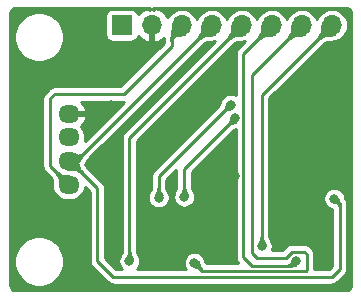
<source format=gbl>
G04 #@! TF.GenerationSoftware,KiCad,Pcbnew,(5.1.2)-1*
G04 #@! TF.CreationDate,2025-02-08T22:23:42+09:00*
G04 #@! TF.ProjectId,ss,73732e6b-6963-4616-945f-706362585858,rev?*
G04 #@! TF.SameCoordinates,Original*
G04 #@! TF.FileFunction,Copper,L2,Bot*
G04 #@! TF.FilePolarity,Positive*
%FSLAX46Y46*%
G04 Gerber Fmt 4.6, Leading zero omitted, Abs format (unit mm)*
G04 Created by KiCad (PCBNEW (5.1.2)-1) date 2025-02-08 22:23:42*
%MOMM*%
%LPD*%
G04 APERTURE LIST*
%ADD10O,1.700000X1.700000*%
%ADD11R,1.700000X1.700000*%
%ADD12O,1.800000X1.524000*%
%ADD13C,0.800000*%
%ADD14C,0.250000*%
%ADD15C,0.254000*%
%ADD16C,0.025400*%
G04 APERTURE END LIST*
D10*
X127780000Y-77000000D03*
X125240000Y-77000000D03*
X122700000Y-77000000D03*
X120160000Y-77000000D03*
X117620000Y-77000000D03*
X115080000Y-77000000D03*
X112540000Y-77000000D03*
D11*
X110000000Y-77000000D03*
D12*
X105500000Y-84500000D03*
X105500000Y-86500000D03*
X105500000Y-88500000D03*
X105500000Y-90500000D03*
D13*
X102540000Y-90840000D03*
X109360000Y-91290000D03*
X119550000Y-89740000D03*
X125390000Y-87710000D03*
X111860000Y-90610000D03*
X114280000Y-87070000D03*
X109430000Y-86760000D03*
X109120000Y-83770000D03*
X117910000Y-81430000D03*
X122920000Y-87990000D03*
X116680000Y-89770000D03*
X107350000Y-78990000D03*
X128000000Y-91680000D03*
X121860000Y-95710000D03*
X116160000Y-97110000D03*
X124740000Y-96960000D03*
X110640000Y-96980000D03*
X115280000Y-91520000D03*
X119580000Y-84870000D03*
X113130000Y-91589978D03*
X119212583Y-83718730D03*
D14*
X106120000Y-88500000D02*
X105500000Y-88500000D01*
X117620000Y-77000000D02*
X106120000Y-88500000D01*
X128462514Y-92142514D02*
X128000000Y-91680000D01*
X128462514Y-97637486D02*
X128462514Y-92142514D01*
X105638000Y-88500000D02*
X107950000Y-90812000D01*
X105500000Y-88500000D02*
X105638000Y-88500000D01*
X107950000Y-90812000D02*
X107950000Y-96970000D01*
X107950000Y-96970000D02*
X109280000Y-98300000D01*
X109280000Y-98300000D02*
X127800000Y-98300000D01*
X127800000Y-98300000D02*
X128462514Y-97637486D01*
X103940000Y-88940000D02*
X105500000Y-90500000D01*
X114230001Y-77849999D02*
X114230001Y-78749999D01*
X115080000Y-77000000D02*
X114230001Y-77849999D01*
X114230001Y-78749999D02*
X110160000Y-82820000D01*
X110160000Y-82820000D02*
X104320000Y-82820000D01*
X104320000Y-82820000D02*
X103940000Y-83200000D01*
X103940000Y-83200000D02*
X103940000Y-88940000D01*
X121860000Y-82920000D02*
X121860000Y-95144315D01*
X121860000Y-95144315D02*
X121860000Y-95710000D01*
X127780000Y-77000000D02*
X121860000Y-82920000D01*
X125443299Y-96163299D02*
X125650000Y-96370000D01*
X121060000Y-81180000D02*
X121060000Y-96260000D01*
X121060000Y-96260000D02*
X121470000Y-96670000D01*
X125240000Y-77000000D02*
X121060000Y-81180000D01*
X121470000Y-96670000D02*
X123876598Y-96670000D01*
X123876598Y-96670000D02*
X124383299Y-96163299D01*
X124383299Y-96163299D02*
X125443299Y-96163299D01*
X125569991Y-97790009D02*
X125650000Y-97710000D01*
X116840009Y-97790009D02*
X125569991Y-97790009D01*
X116160000Y-97110000D02*
X116840009Y-97790009D01*
X125650000Y-96370000D02*
X125650000Y-97710000D01*
X122700000Y-77000000D02*
X120300000Y-79400000D01*
X121019999Y-97359999D02*
X120300000Y-96640000D01*
X124340001Y-97359999D02*
X121019999Y-97359999D01*
X124740000Y-96960000D02*
X124340001Y-97359999D01*
X120300000Y-79400000D02*
X120300000Y-96640000D01*
X110640000Y-86520000D02*
X110640000Y-96980000D01*
X120160000Y-77000000D02*
X110640000Y-86520000D01*
X119180001Y-85269999D02*
X119580000Y-84870000D01*
X115280000Y-89170000D02*
X119180001Y-85269999D01*
X115280000Y-91520000D02*
X115280000Y-89170000D01*
X118812584Y-84118729D02*
X119212583Y-83718730D01*
X113130000Y-89801313D02*
X118812584Y-84118729D01*
X113130000Y-91589978D02*
X113130000Y-89801313D01*
D15*
G36*
X112412998Y-75679844D02*
G01*
X112183110Y-75558524D01*
X112035901Y-75603175D01*
X111773080Y-75728359D01*
X111539731Y-75902412D01*
X111373344Y-76087002D01*
X111369374Y-76046690D01*
X111339239Y-75947350D01*
X111290304Y-75855798D01*
X111224448Y-75775552D01*
X111144202Y-75709696D01*
X111052650Y-75660761D01*
X110953310Y-75630626D01*
X110850000Y-75620451D01*
X109150000Y-75620451D01*
X109046690Y-75630626D01*
X108947350Y-75660761D01*
X108855798Y-75709696D01*
X108775552Y-75775552D01*
X108709696Y-75855798D01*
X108660761Y-75947350D01*
X108630626Y-76046690D01*
X108620451Y-76150000D01*
X108620451Y-77850000D01*
X108630626Y-77953310D01*
X108660761Y-78052650D01*
X108709696Y-78144202D01*
X108775552Y-78224448D01*
X108855798Y-78290304D01*
X108947350Y-78339239D01*
X109046690Y-78369374D01*
X109150000Y-78379549D01*
X110850000Y-78379549D01*
X110953310Y-78369374D01*
X111052650Y-78339239D01*
X111144202Y-78290304D01*
X111224448Y-78224448D01*
X111290304Y-78144202D01*
X111339239Y-78052650D01*
X111369374Y-77953310D01*
X111373344Y-77912998D01*
X111539731Y-78097588D01*
X111773080Y-78271641D01*
X112035901Y-78396825D01*
X112183110Y-78441476D01*
X112413000Y-78320155D01*
X112413000Y-77127000D01*
X112393000Y-77127000D01*
X112393000Y-76873000D01*
X112413000Y-76873000D01*
X112413000Y-76853000D01*
X112667000Y-76853000D01*
X112667000Y-76873000D01*
X112687000Y-76873000D01*
X112687000Y-77127000D01*
X112667000Y-77127000D01*
X112667000Y-78320155D01*
X112896890Y-78441476D01*
X113044099Y-78396825D01*
X113306920Y-78271641D01*
X113540269Y-78097588D01*
X113578001Y-78055728D01*
X113578001Y-78479932D01*
X109889934Y-82168000D01*
X104352021Y-82168000D01*
X104319999Y-82164846D01*
X104192185Y-82177435D01*
X104069283Y-82214717D01*
X103956016Y-82275259D01*
X103856736Y-82356736D01*
X103836315Y-82381619D01*
X103501619Y-82716315D01*
X103476736Y-82736736D01*
X103395259Y-82836017D01*
X103350370Y-82920000D01*
X103334717Y-82949284D01*
X103297435Y-83072186D01*
X103284846Y-83200000D01*
X103288000Y-83232022D01*
X103288001Y-88907968D01*
X103284846Y-88940000D01*
X103297435Y-89067814D01*
X103334717Y-89190716D01*
X103350153Y-89219595D01*
X103395260Y-89303984D01*
X103476737Y-89403264D01*
X103501614Y-89423680D01*
X103953509Y-89875575D01*
X104043818Y-89975317D01*
X104090210Y-90040880D01*
X104114233Y-90087687D01*
X104127905Y-90127802D01*
X104091652Y-90247312D01*
X104066764Y-90500000D01*
X104091652Y-90752688D01*
X104165358Y-90995665D01*
X104285051Y-91219595D01*
X104446130Y-91415870D01*
X104642405Y-91576949D01*
X104866335Y-91696642D01*
X105109312Y-91770348D01*
X105298686Y-91789000D01*
X105701314Y-91789000D01*
X105890688Y-91770348D01*
X106133665Y-91696642D01*
X106357595Y-91576949D01*
X106553870Y-91415870D01*
X106714949Y-91219595D01*
X106834642Y-90995665D01*
X106908348Y-90752688D01*
X106913752Y-90697819D01*
X107298000Y-91082067D01*
X107298001Y-96937968D01*
X107294846Y-96970000D01*
X107307435Y-97097814D01*
X107344717Y-97220716D01*
X107372899Y-97273441D01*
X107405260Y-97333984D01*
X107486737Y-97433264D01*
X107511614Y-97453680D01*
X108796320Y-98738387D01*
X108816736Y-98763264D01*
X108916016Y-98844741D01*
X109029283Y-98905283D01*
X109152185Y-98942565D01*
X109279999Y-98955154D01*
X109312021Y-98952000D01*
X127767978Y-98952000D01*
X127800000Y-98955154D01*
X127832022Y-98952000D01*
X127927814Y-98942565D01*
X128050717Y-98905283D01*
X128163984Y-98844741D01*
X128263264Y-98763264D01*
X128283684Y-98738382D01*
X128900902Y-98121165D01*
X128925778Y-98100750D01*
X129007255Y-98001470D01*
X129067797Y-97888203D01*
X129089173Y-97817735D01*
X129105079Y-97765301D01*
X129117668Y-97637487D01*
X129114514Y-97605465D01*
X129114514Y-92174536D01*
X129117668Y-92142514D01*
X129105079Y-92014699D01*
X129067797Y-91891798D01*
X129067797Y-91891797D01*
X129007255Y-91778530D01*
X128960939Y-91722093D01*
X128950547Y-91704032D01*
X128947166Y-91698242D01*
X128927218Y-91664569D01*
X128927000Y-91661474D01*
X128927000Y-91588699D01*
X128891376Y-91409604D01*
X128821496Y-91240901D01*
X128720048Y-91089072D01*
X128590928Y-90959952D01*
X128439099Y-90858504D01*
X128270396Y-90788624D01*
X128091301Y-90753000D01*
X127908699Y-90753000D01*
X127729604Y-90788624D01*
X127560901Y-90858504D01*
X127409072Y-90959952D01*
X127279952Y-91089072D01*
X127178504Y-91240901D01*
X127108624Y-91409604D01*
X127073000Y-91588699D01*
X127073000Y-91771301D01*
X127108624Y-91950396D01*
X127178504Y-92119099D01*
X127279952Y-92270928D01*
X127409072Y-92400048D01*
X127560901Y-92501496D01*
X127729604Y-92571376D01*
X127810515Y-92587470D01*
X127810514Y-97367419D01*
X127529934Y-97648000D01*
X126302000Y-97648000D01*
X126302000Y-96402014D01*
X126305153Y-96369999D01*
X126302000Y-96337985D01*
X126302000Y-96337978D01*
X126292565Y-96242186D01*
X126291888Y-96239952D01*
X126266519Y-96156324D01*
X126255283Y-96119283D01*
X126194741Y-96006016D01*
X126113264Y-95906736D01*
X126088382Y-95886316D01*
X125926984Y-95724918D01*
X125906563Y-95700035D01*
X125807283Y-95618558D01*
X125694016Y-95558016D01*
X125571113Y-95520734D01*
X125475321Y-95511299D01*
X125443299Y-95508145D01*
X125411277Y-95511299D01*
X124415313Y-95511299D01*
X124383298Y-95508146D01*
X124351284Y-95511299D01*
X124351277Y-95511299D01*
X124268126Y-95519489D01*
X124255484Y-95520734D01*
X124240284Y-95525345D01*
X124132582Y-95558016D01*
X124019315Y-95618558D01*
X123920035Y-95700035D01*
X123899618Y-95724913D01*
X123606532Y-96018000D01*
X122735800Y-96018000D01*
X122751376Y-95980396D01*
X122787000Y-95801301D01*
X122787000Y-95618699D01*
X122751376Y-95439604D01*
X122681496Y-95270901D01*
X122658415Y-95236357D01*
X122650913Y-95221905D01*
X122638434Y-95199243D01*
X122603024Y-95138514D01*
X122595082Y-95125338D01*
X122561860Y-95072003D01*
X122536843Y-95031694D01*
X122524471Y-95009851D01*
X122520818Y-95002045D01*
X122519780Y-94999051D01*
X122517474Y-94988851D01*
X122514110Y-94960939D01*
X122512000Y-94900768D01*
X122512000Y-83190066D01*
X127036397Y-78665670D01*
X127150096Y-78563141D01*
X127227386Y-78509259D01*
X127284938Y-78480630D01*
X127339049Y-78463221D01*
X127409346Y-78449960D01*
X127509639Y-78438821D01*
X127636273Y-78427176D01*
X127653286Y-78425332D01*
X127795103Y-78407631D01*
X127831729Y-78401744D01*
X127987469Y-78371052D01*
X128034488Y-78359520D01*
X128039196Y-78358133D01*
X128049939Y-78357075D01*
X128309505Y-78278337D01*
X128548721Y-78150473D01*
X128758397Y-77978397D01*
X128930473Y-77768721D01*
X129058337Y-77529505D01*
X129137075Y-77269939D01*
X129163662Y-77000000D01*
X129137075Y-76730061D01*
X129058337Y-76470495D01*
X128930473Y-76231279D01*
X128758397Y-76021603D01*
X128548721Y-75849527D01*
X128309505Y-75721663D01*
X128049939Y-75642925D01*
X127847640Y-75623000D01*
X127712360Y-75623000D01*
X127510061Y-75642925D01*
X127250495Y-75721663D01*
X127011279Y-75849527D01*
X126801603Y-76021603D01*
X126629527Y-76231279D01*
X126510000Y-76454898D01*
X126390473Y-76231279D01*
X126218397Y-76021603D01*
X126008721Y-75849527D01*
X125769505Y-75721663D01*
X125509939Y-75642925D01*
X125307640Y-75623000D01*
X125172360Y-75623000D01*
X124970061Y-75642925D01*
X124710495Y-75721663D01*
X124471279Y-75849527D01*
X124261603Y-76021603D01*
X124089527Y-76231279D01*
X123970000Y-76454898D01*
X123850473Y-76231279D01*
X123678397Y-76021603D01*
X123468721Y-75849527D01*
X123229505Y-75721663D01*
X122969939Y-75642925D01*
X122767640Y-75623000D01*
X122632360Y-75623000D01*
X122430061Y-75642925D01*
X122170495Y-75721663D01*
X121931279Y-75849527D01*
X121721603Y-76021603D01*
X121549527Y-76231279D01*
X121430000Y-76454898D01*
X121310473Y-76231279D01*
X121138397Y-76021603D01*
X120928721Y-75849527D01*
X120689505Y-75721663D01*
X120429939Y-75642925D01*
X120227640Y-75623000D01*
X120092360Y-75623000D01*
X119890061Y-75642925D01*
X119630495Y-75721663D01*
X119391279Y-75849527D01*
X119181603Y-76021603D01*
X119009527Y-76231279D01*
X118890000Y-76454898D01*
X118770473Y-76231279D01*
X118598397Y-76021603D01*
X118388721Y-75849527D01*
X118149505Y-75721663D01*
X117889939Y-75642925D01*
X117687640Y-75623000D01*
X117552360Y-75623000D01*
X117350061Y-75642925D01*
X117090495Y-75721663D01*
X116851279Y-75849527D01*
X116641603Y-76021603D01*
X116469527Y-76231279D01*
X116350000Y-76454898D01*
X116230473Y-76231279D01*
X116058397Y-76021603D01*
X115848721Y-75849527D01*
X115609505Y-75721663D01*
X115349939Y-75642925D01*
X115147640Y-75623000D01*
X115012360Y-75623000D01*
X114810061Y-75642925D01*
X114550495Y-75721663D01*
X114311279Y-75849527D01*
X114101603Y-76021603D01*
X113929527Y-76231279D01*
X113869342Y-76343877D01*
X113735178Y-76118645D01*
X113540269Y-75902412D01*
X113306920Y-75728359D01*
X113044099Y-75603175D01*
X112896890Y-75558524D01*
X112667002Y-75679844D01*
X112667002Y-75552000D01*
X128973007Y-75552000D01*
X129086502Y-75563128D01*
X129169712Y-75588252D01*
X129246457Y-75629058D01*
X129313808Y-75683988D01*
X129369216Y-75750964D01*
X129410554Y-75827417D01*
X129436257Y-75910450D01*
X129448000Y-76022178D01*
X129448001Y-98972989D01*
X129436871Y-99086503D01*
X129411750Y-99169710D01*
X129370943Y-99246456D01*
X129316010Y-99313811D01*
X129249036Y-99369216D01*
X129172584Y-99410553D01*
X129089550Y-99436256D01*
X128977822Y-99448000D01*
X101027001Y-99448000D01*
X100913497Y-99436871D01*
X100830290Y-99411750D01*
X100753544Y-99370943D01*
X100686189Y-99316010D01*
X100630784Y-99249036D01*
X100589447Y-99172584D01*
X100563744Y-99089550D01*
X100552000Y-98977822D01*
X100552000Y-96790509D01*
X100873000Y-96790509D01*
X100873000Y-97209491D01*
X100954739Y-97620423D01*
X101115077Y-98007512D01*
X101347851Y-98355884D01*
X101644116Y-98652149D01*
X101992488Y-98884923D01*
X102379577Y-99045261D01*
X102790509Y-99127000D01*
X103209491Y-99127000D01*
X103620423Y-99045261D01*
X104007512Y-98884923D01*
X104355884Y-98652149D01*
X104652149Y-98355884D01*
X104884923Y-98007512D01*
X105045261Y-97620423D01*
X105127000Y-97209491D01*
X105127000Y-96790509D01*
X105045261Y-96379577D01*
X104884923Y-95992488D01*
X104652149Y-95644116D01*
X104355884Y-95347851D01*
X104007512Y-95115077D01*
X103620423Y-94954739D01*
X103209491Y-94873000D01*
X102790509Y-94873000D01*
X102379577Y-94954739D01*
X101992488Y-95115077D01*
X101644116Y-95347851D01*
X101347851Y-95644116D01*
X101115077Y-95992488D01*
X100954739Y-96379577D01*
X100873000Y-96790509D01*
X100552000Y-96790509D01*
X100552000Y-77790509D01*
X100873000Y-77790509D01*
X100873000Y-78209491D01*
X100954739Y-78620423D01*
X101115077Y-79007512D01*
X101347851Y-79355884D01*
X101644116Y-79652149D01*
X101992488Y-79884923D01*
X102379577Y-80045261D01*
X102790509Y-80127000D01*
X103209491Y-80127000D01*
X103620423Y-80045261D01*
X104007512Y-79884923D01*
X104355884Y-79652149D01*
X104652149Y-79355884D01*
X104884923Y-79007512D01*
X105045261Y-78620423D01*
X105127000Y-78209491D01*
X105127000Y-77790509D01*
X105045261Y-77379577D01*
X104884923Y-76992488D01*
X104652149Y-76644116D01*
X104355884Y-76347851D01*
X104007512Y-76115077D01*
X103620423Y-75954739D01*
X103209491Y-75873000D01*
X102790509Y-75873000D01*
X102379577Y-75954739D01*
X101992488Y-76115077D01*
X101644116Y-76347851D01*
X101347851Y-76644116D01*
X101115077Y-76992488D01*
X100954739Y-77379577D01*
X100873000Y-77790509D01*
X100552000Y-77790509D01*
X100552000Y-76026993D01*
X100563128Y-75913498D01*
X100588252Y-75830288D01*
X100629058Y-75753543D01*
X100683988Y-75686192D01*
X100750964Y-75630784D01*
X100827417Y-75589446D01*
X100910450Y-75563743D01*
X101022178Y-75552000D01*
X112412998Y-75552000D01*
X112412998Y-75679844D01*
X112412998Y-75679844D01*
G37*
X112412998Y-75679844D02*
X112183110Y-75558524D01*
X112035901Y-75603175D01*
X111773080Y-75728359D01*
X111539731Y-75902412D01*
X111373344Y-76087002D01*
X111369374Y-76046690D01*
X111339239Y-75947350D01*
X111290304Y-75855798D01*
X111224448Y-75775552D01*
X111144202Y-75709696D01*
X111052650Y-75660761D01*
X110953310Y-75630626D01*
X110850000Y-75620451D01*
X109150000Y-75620451D01*
X109046690Y-75630626D01*
X108947350Y-75660761D01*
X108855798Y-75709696D01*
X108775552Y-75775552D01*
X108709696Y-75855798D01*
X108660761Y-75947350D01*
X108630626Y-76046690D01*
X108620451Y-76150000D01*
X108620451Y-77850000D01*
X108630626Y-77953310D01*
X108660761Y-78052650D01*
X108709696Y-78144202D01*
X108775552Y-78224448D01*
X108855798Y-78290304D01*
X108947350Y-78339239D01*
X109046690Y-78369374D01*
X109150000Y-78379549D01*
X110850000Y-78379549D01*
X110953310Y-78369374D01*
X111052650Y-78339239D01*
X111144202Y-78290304D01*
X111224448Y-78224448D01*
X111290304Y-78144202D01*
X111339239Y-78052650D01*
X111369374Y-77953310D01*
X111373344Y-77912998D01*
X111539731Y-78097588D01*
X111773080Y-78271641D01*
X112035901Y-78396825D01*
X112183110Y-78441476D01*
X112413000Y-78320155D01*
X112413000Y-77127000D01*
X112393000Y-77127000D01*
X112393000Y-76873000D01*
X112413000Y-76873000D01*
X112413000Y-76853000D01*
X112667000Y-76853000D01*
X112667000Y-76873000D01*
X112687000Y-76873000D01*
X112687000Y-77127000D01*
X112667000Y-77127000D01*
X112667000Y-78320155D01*
X112896890Y-78441476D01*
X113044099Y-78396825D01*
X113306920Y-78271641D01*
X113540269Y-78097588D01*
X113578001Y-78055728D01*
X113578001Y-78479932D01*
X109889934Y-82168000D01*
X104352021Y-82168000D01*
X104319999Y-82164846D01*
X104192185Y-82177435D01*
X104069283Y-82214717D01*
X103956016Y-82275259D01*
X103856736Y-82356736D01*
X103836315Y-82381619D01*
X103501619Y-82716315D01*
X103476736Y-82736736D01*
X103395259Y-82836017D01*
X103350370Y-82920000D01*
X103334717Y-82949284D01*
X103297435Y-83072186D01*
X103284846Y-83200000D01*
X103288000Y-83232022D01*
X103288001Y-88907968D01*
X103284846Y-88940000D01*
X103297435Y-89067814D01*
X103334717Y-89190716D01*
X103350153Y-89219595D01*
X103395260Y-89303984D01*
X103476737Y-89403264D01*
X103501614Y-89423680D01*
X103953509Y-89875575D01*
X104043818Y-89975317D01*
X104090210Y-90040880D01*
X104114233Y-90087687D01*
X104127905Y-90127802D01*
X104091652Y-90247312D01*
X104066764Y-90500000D01*
X104091652Y-90752688D01*
X104165358Y-90995665D01*
X104285051Y-91219595D01*
X104446130Y-91415870D01*
X104642405Y-91576949D01*
X104866335Y-91696642D01*
X105109312Y-91770348D01*
X105298686Y-91789000D01*
X105701314Y-91789000D01*
X105890688Y-91770348D01*
X106133665Y-91696642D01*
X106357595Y-91576949D01*
X106553870Y-91415870D01*
X106714949Y-91219595D01*
X106834642Y-90995665D01*
X106908348Y-90752688D01*
X106913752Y-90697819D01*
X107298000Y-91082067D01*
X107298001Y-96937968D01*
X107294846Y-96970000D01*
X107307435Y-97097814D01*
X107344717Y-97220716D01*
X107372899Y-97273441D01*
X107405260Y-97333984D01*
X107486737Y-97433264D01*
X107511614Y-97453680D01*
X108796320Y-98738387D01*
X108816736Y-98763264D01*
X108916016Y-98844741D01*
X109029283Y-98905283D01*
X109152185Y-98942565D01*
X109279999Y-98955154D01*
X109312021Y-98952000D01*
X127767978Y-98952000D01*
X127800000Y-98955154D01*
X127832022Y-98952000D01*
X127927814Y-98942565D01*
X128050717Y-98905283D01*
X128163984Y-98844741D01*
X128263264Y-98763264D01*
X128283684Y-98738382D01*
X128900902Y-98121165D01*
X128925778Y-98100750D01*
X129007255Y-98001470D01*
X129067797Y-97888203D01*
X129089173Y-97817735D01*
X129105079Y-97765301D01*
X129117668Y-97637487D01*
X129114514Y-97605465D01*
X129114514Y-92174536D01*
X129117668Y-92142514D01*
X129105079Y-92014699D01*
X129067797Y-91891798D01*
X129067797Y-91891797D01*
X129007255Y-91778530D01*
X128960939Y-91722093D01*
X128950547Y-91704032D01*
X128947166Y-91698242D01*
X128927218Y-91664569D01*
X128927000Y-91661474D01*
X128927000Y-91588699D01*
X128891376Y-91409604D01*
X128821496Y-91240901D01*
X128720048Y-91089072D01*
X128590928Y-90959952D01*
X128439099Y-90858504D01*
X128270396Y-90788624D01*
X128091301Y-90753000D01*
X127908699Y-90753000D01*
X127729604Y-90788624D01*
X127560901Y-90858504D01*
X127409072Y-90959952D01*
X127279952Y-91089072D01*
X127178504Y-91240901D01*
X127108624Y-91409604D01*
X127073000Y-91588699D01*
X127073000Y-91771301D01*
X127108624Y-91950396D01*
X127178504Y-92119099D01*
X127279952Y-92270928D01*
X127409072Y-92400048D01*
X127560901Y-92501496D01*
X127729604Y-92571376D01*
X127810515Y-92587470D01*
X127810514Y-97367419D01*
X127529934Y-97648000D01*
X126302000Y-97648000D01*
X126302000Y-96402014D01*
X126305153Y-96369999D01*
X126302000Y-96337985D01*
X126302000Y-96337978D01*
X126292565Y-96242186D01*
X126291888Y-96239952D01*
X126266519Y-96156324D01*
X126255283Y-96119283D01*
X126194741Y-96006016D01*
X126113264Y-95906736D01*
X126088382Y-95886316D01*
X125926984Y-95724918D01*
X125906563Y-95700035D01*
X125807283Y-95618558D01*
X125694016Y-95558016D01*
X125571113Y-95520734D01*
X125475321Y-95511299D01*
X125443299Y-95508145D01*
X125411277Y-95511299D01*
X124415313Y-95511299D01*
X124383298Y-95508146D01*
X124351284Y-95511299D01*
X124351277Y-95511299D01*
X124268126Y-95519489D01*
X124255484Y-95520734D01*
X124240284Y-95525345D01*
X124132582Y-95558016D01*
X124019315Y-95618558D01*
X123920035Y-95700035D01*
X123899618Y-95724913D01*
X123606532Y-96018000D01*
X122735800Y-96018000D01*
X122751376Y-95980396D01*
X122787000Y-95801301D01*
X122787000Y-95618699D01*
X122751376Y-95439604D01*
X122681496Y-95270901D01*
X122658415Y-95236357D01*
X122650913Y-95221905D01*
X122638434Y-95199243D01*
X122603024Y-95138514D01*
X122595082Y-95125338D01*
X122561860Y-95072003D01*
X122536843Y-95031694D01*
X122524471Y-95009851D01*
X122520818Y-95002045D01*
X122519780Y-94999051D01*
X122517474Y-94988851D01*
X122514110Y-94960939D01*
X122512000Y-94900768D01*
X122512000Y-83190066D01*
X127036397Y-78665670D01*
X127150096Y-78563141D01*
X127227386Y-78509259D01*
X127284938Y-78480630D01*
X127339049Y-78463221D01*
X127409346Y-78449960D01*
X127509639Y-78438821D01*
X127636273Y-78427176D01*
X127653286Y-78425332D01*
X127795103Y-78407631D01*
X127831729Y-78401744D01*
X127987469Y-78371052D01*
X128034488Y-78359520D01*
X128039196Y-78358133D01*
X128049939Y-78357075D01*
X128309505Y-78278337D01*
X128548721Y-78150473D01*
X128758397Y-77978397D01*
X128930473Y-77768721D01*
X129058337Y-77529505D01*
X129137075Y-77269939D01*
X129163662Y-77000000D01*
X129137075Y-76730061D01*
X129058337Y-76470495D01*
X128930473Y-76231279D01*
X128758397Y-76021603D01*
X128548721Y-75849527D01*
X128309505Y-75721663D01*
X128049939Y-75642925D01*
X127847640Y-75623000D01*
X127712360Y-75623000D01*
X127510061Y-75642925D01*
X127250495Y-75721663D01*
X127011279Y-75849527D01*
X126801603Y-76021603D01*
X126629527Y-76231279D01*
X126510000Y-76454898D01*
X126390473Y-76231279D01*
X126218397Y-76021603D01*
X126008721Y-75849527D01*
X125769505Y-75721663D01*
X125509939Y-75642925D01*
X125307640Y-75623000D01*
X125172360Y-75623000D01*
X124970061Y-75642925D01*
X124710495Y-75721663D01*
X124471279Y-75849527D01*
X124261603Y-76021603D01*
X124089527Y-76231279D01*
X123970000Y-76454898D01*
X123850473Y-76231279D01*
X123678397Y-76021603D01*
X123468721Y-75849527D01*
X123229505Y-75721663D01*
X122969939Y-75642925D01*
X122767640Y-75623000D01*
X122632360Y-75623000D01*
X122430061Y-75642925D01*
X122170495Y-75721663D01*
X121931279Y-75849527D01*
X121721603Y-76021603D01*
X121549527Y-76231279D01*
X121430000Y-76454898D01*
X121310473Y-76231279D01*
X121138397Y-76021603D01*
X120928721Y-75849527D01*
X120689505Y-75721663D01*
X120429939Y-75642925D01*
X120227640Y-75623000D01*
X120092360Y-75623000D01*
X119890061Y-75642925D01*
X119630495Y-75721663D01*
X119391279Y-75849527D01*
X119181603Y-76021603D01*
X119009527Y-76231279D01*
X118890000Y-76454898D01*
X118770473Y-76231279D01*
X118598397Y-76021603D01*
X118388721Y-75849527D01*
X118149505Y-75721663D01*
X117889939Y-75642925D01*
X117687640Y-75623000D01*
X117552360Y-75623000D01*
X117350061Y-75642925D01*
X117090495Y-75721663D01*
X116851279Y-75849527D01*
X116641603Y-76021603D01*
X116469527Y-76231279D01*
X116350000Y-76454898D01*
X116230473Y-76231279D01*
X116058397Y-76021603D01*
X115848721Y-75849527D01*
X115609505Y-75721663D01*
X115349939Y-75642925D01*
X115147640Y-75623000D01*
X115012360Y-75623000D01*
X114810061Y-75642925D01*
X114550495Y-75721663D01*
X114311279Y-75849527D01*
X114101603Y-76021603D01*
X113929527Y-76231279D01*
X113869342Y-76343877D01*
X113735178Y-76118645D01*
X113540269Y-75902412D01*
X113306920Y-75728359D01*
X113044099Y-75603175D01*
X112896890Y-75558524D01*
X112667002Y-75679844D01*
X112667002Y-75552000D01*
X128973007Y-75552000D01*
X129086502Y-75563128D01*
X129169712Y-75588252D01*
X129246457Y-75629058D01*
X129313808Y-75683988D01*
X129369216Y-75750964D01*
X129410554Y-75827417D01*
X129436257Y-75910450D01*
X129448000Y-76022178D01*
X129448001Y-98972989D01*
X129436871Y-99086503D01*
X129411750Y-99169710D01*
X129370943Y-99246456D01*
X129316010Y-99313811D01*
X129249036Y-99369216D01*
X129172584Y-99410553D01*
X129089550Y-99436256D01*
X128977822Y-99448000D01*
X101027001Y-99448000D01*
X100913497Y-99436871D01*
X100830290Y-99411750D01*
X100753544Y-99370943D01*
X100686189Y-99316010D01*
X100630784Y-99249036D01*
X100589447Y-99172584D01*
X100563744Y-99089550D01*
X100552000Y-98977822D01*
X100552000Y-96790509D01*
X100873000Y-96790509D01*
X100873000Y-97209491D01*
X100954739Y-97620423D01*
X101115077Y-98007512D01*
X101347851Y-98355884D01*
X101644116Y-98652149D01*
X101992488Y-98884923D01*
X102379577Y-99045261D01*
X102790509Y-99127000D01*
X103209491Y-99127000D01*
X103620423Y-99045261D01*
X104007512Y-98884923D01*
X104355884Y-98652149D01*
X104652149Y-98355884D01*
X104884923Y-98007512D01*
X105045261Y-97620423D01*
X105127000Y-97209491D01*
X105127000Y-96790509D01*
X105045261Y-96379577D01*
X104884923Y-95992488D01*
X104652149Y-95644116D01*
X104355884Y-95347851D01*
X104007512Y-95115077D01*
X103620423Y-94954739D01*
X103209491Y-94873000D01*
X102790509Y-94873000D01*
X102379577Y-94954739D01*
X101992488Y-95115077D01*
X101644116Y-95347851D01*
X101347851Y-95644116D01*
X101115077Y-95992488D01*
X100954739Y-96379577D01*
X100873000Y-96790509D01*
X100552000Y-96790509D01*
X100552000Y-77790509D01*
X100873000Y-77790509D01*
X100873000Y-78209491D01*
X100954739Y-78620423D01*
X101115077Y-79007512D01*
X101347851Y-79355884D01*
X101644116Y-79652149D01*
X101992488Y-79884923D01*
X102379577Y-80045261D01*
X102790509Y-80127000D01*
X103209491Y-80127000D01*
X103620423Y-80045261D01*
X104007512Y-79884923D01*
X104355884Y-79652149D01*
X104652149Y-79355884D01*
X104884923Y-79007512D01*
X105045261Y-78620423D01*
X105127000Y-78209491D01*
X105127000Y-77790509D01*
X105045261Y-77379577D01*
X104884923Y-76992488D01*
X104652149Y-76644116D01*
X104355884Y-76347851D01*
X104007512Y-76115077D01*
X103620423Y-75954739D01*
X103209491Y-75873000D01*
X102790509Y-75873000D01*
X102379577Y-75954739D01*
X101992488Y-76115077D01*
X101644116Y-76347851D01*
X101347851Y-76644116D01*
X101115077Y-76992488D01*
X100954739Y-77379577D01*
X100873000Y-77790509D01*
X100552000Y-77790509D01*
X100552000Y-76026993D01*
X100563128Y-75913498D01*
X100588252Y-75830288D01*
X100629058Y-75753543D01*
X100683988Y-75686192D01*
X100750964Y-75630784D01*
X100827417Y-75589446D01*
X100910450Y-75563743D01*
X101022178Y-75552000D01*
X112412998Y-75552000D01*
X112412998Y-75679844D01*
G36*
X119861619Y-78916315D02*
G01*
X119836736Y-78936736D01*
X119755259Y-79036017D01*
X119713586Y-79113983D01*
X119694717Y-79149284D01*
X119657435Y-79272186D01*
X119644846Y-79400000D01*
X119648000Y-79432022D01*
X119648000Y-82895709D01*
X119482979Y-82827354D01*
X119303884Y-82791730D01*
X119121282Y-82791730D01*
X118942187Y-82827354D01*
X118773484Y-82897234D01*
X118621655Y-82998682D01*
X118492535Y-83127802D01*
X118391087Y-83279631D01*
X118321207Y-83448334D01*
X118313101Y-83489086D01*
X118308189Y-83504601D01*
X118300987Y-83529454D01*
X118283084Y-83597434D01*
X118279382Y-83612372D01*
X118265276Y-83673082D01*
X118254347Y-83719766D01*
X118247652Y-83743956D01*
X118244715Y-83752059D01*
X118243334Y-83754905D01*
X118237743Y-83763764D01*
X118220398Y-83785862D01*
X118179329Y-83829917D01*
X112691614Y-89317633D01*
X112666737Y-89338049D01*
X112585260Y-89437329D01*
X112571237Y-89463565D01*
X112524717Y-89550597D01*
X112487435Y-89673499D01*
X112474846Y-89801313D01*
X112478001Y-89833345D01*
X112478000Y-90790442D01*
X112475906Y-90848430D01*
X112472747Y-90873913D01*
X112470884Y-90881935D01*
X112470412Y-90883261D01*
X112467144Y-90890079D01*
X112454759Y-90911478D01*
X112429377Y-90951645D01*
X112429302Y-90951765D01*
X112395986Y-91004519D01*
X112387318Y-91018737D01*
X112352154Y-91078521D01*
X112338962Y-91102335D01*
X112331983Y-91115740D01*
X112308504Y-91150879D01*
X112238624Y-91319582D01*
X112203000Y-91498677D01*
X112203000Y-91681279D01*
X112238624Y-91860374D01*
X112308504Y-92029077D01*
X112409952Y-92180906D01*
X112539072Y-92310026D01*
X112690901Y-92411474D01*
X112859604Y-92481354D01*
X113038699Y-92516978D01*
X113221301Y-92516978D01*
X113400396Y-92481354D01*
X113569099Y-92411474D01*
X113720928Y-92310026D01*
X113850048Y-92180906D01*
X113951496Y-92029077D01*
X114021376Y-91860374D01*
X114057000Y-91681279D01*
X114057000Y-91498677D01*
X114021376Y-91319582D01*
X113951496Y-91150879D01*
X113928012Y-91115732D01*
X113921034Y-91102330D01*
X113907845Y-91078521D01*
X113872681Y-91018737D01*
X113864013Y-91004519D01*
X113830697Y-90951765D01*
X113830622Y-90951645D01*
X113805240Y-90911478D01*
X113792855Y-90890079D01*
X113789587Y-90883261D01*
X113789115Y-90881935D01*
X113787252Y-90873913D01*
X113784093Y-90848431D01*
X113782000Y-90790464D01*
X113782000Y-90071379D01*
X114628001Y-89225378D01*
X114628000Y-90720467D01*
X114625906Y-90778452D01*
X114622747Y-90803935D01*
X114620884Y-90811957D01*
X114620412Y-90813283D01*
X114617144Y-90820101D01*
X114604759Y-90841500D01*
X114579377Y-90881667D01*
X114579302Y-90881787D01*
X114545986Y-90934541D01*
X114537318Y-90948759D01*
X114502154Y-91008543D01*
X114488962Y-91032357D01*
X114481983Y-91045762D01*
X114458504Y-91080901D01*
X114388624Y-91249604D01*
X114353000Y-91428699D01*
X114353000Y-91611301D01*
X114388624Y-91790396D01*
X114458504Y-91959099D01*
X114559952Y-92110928D01*
X114689072Y-92240048D01*
X114840901Y-92341496D01*
X115009604Y-92411376D01*
X115188699Y-92447000D01*
X115371301Y-92447000D01*
X115550396Y-92411376D01*
X115719099Y-92341496D01*
X115870928Y-92240048D01*
X116000048Y-92110928D01*
X116101496Y-91959099D01*
X116171376Y-91790396D01*
X116207000Y-91611301D01*
X116207000Y-91428699D01*
X116171376Y-91249604D01*
X116101496Y-91080901D01*
X116078012Y-91045754D01*
X116071034Y-91032352D01*
X116057845Y-91008543D01*
X116022681Y-90948759D01*
X116014013Y-90934541D01*
X115980697Y-90881787D01*
X115980622Y-90881667D01*
X115955240Y-90841500D01*
X115942855Y-90820101D01*
X115939587Y-90813283D01*
X115939115Y-90811957D01*
X115937252Y-90803935D01*
X115934093Y-90778453D01*
X115932000Y-90720486D01*
X115932000Y-89440066D01*
X119468821Y-85903245D01*
X119512867Y-85862184D01*
X119534965Y-85844839D01*
X119543824Y-85839248D01*
X119546670Y-85837867D01*
X119554773Y-85834930D01*
X119578963Y-85828235D01*
X119625363Y-85817372D01*
X119648000Y-85812112D01*
X119648001Y-96607968D01*
X119644846Y-96640000D01*
X119657435Y-96767814D01*
X119694717Y-96890716D01*
X119710753Y-96920717D01*
X119755260Y-97003984D01*
X119836737Y-97103264D01*
X119861614Y-97123680D01*
X119875943Y-97138009D01*
X117124250Y-97138009D01*
X117123611Y-97136192D01*
X117117238Y-97112305D01*
X117106785Y-97065961D01*
X117106750Y-97065805D01*
X117093004Y-97004945D01*
X117089084Y-96988782D01*
X117071676Y-96921643D01*
X117064164Y-96895472D01*
X117059624Y-96881069D01*
X117051376Y-96839604D01*
X116981496Y-96670901D01*
X116880048Y-96519072D01*
X116750928Y-96389952D01*
X116599099Y-96288504D01*
X116430396Y-96218624D01*
X116251301Y-96183000D01*
X116068699Y-96183000D01*
X115889604Y-96218624D01*
X115720901Y-96288504D01*
X115569072Y-96389952D01*
X115439952Y-96519072D01*
X115338504Y-96670901D01*
X115268624Y-96839604D01*
X115233000Y-97018699D01*
X115233000Y-97201301D01*
X115268624Y-97380396D01*
X115338504Y-97549099D01*
X115404587Y-97648000D01*
X111282976Y-97648000D01*
X111360048Y-97570928D01*
X111461496Y-97419099D01*
X111531376Y-97250396D01*
X111567000Y-97071301D01*
X111567000Y-96888699D01*
X111531376Y-96709604D01*
X111461496Y-96540901D01*
X111438012Y-96505754D01*
X111431034Y-96492352D01*
X111417845Y-96468543D01*
X111382681Y-96408759D01*
X111374013Y-96394541D01*
X111340697Y-96341787D01*
X111340622Y-96341667D01*
X111315240Y-96301500D01*
X111302855Y-96280101D01*
X111299587Y-96273283D01*
X111299115Y-96271957D01*
X111297252Y-96263935D01*
X111294093Y-96238453D01*
X111292000Y-96180486D01*
X111292000Y-86790066D01*
X119416398Y-78665669D01*
X119530096Y-78563141D01*
X119607386Y-78509259D01*
X119664938Y-78480630D01*
X119719049Y-78463221D01*
X119789346Y-78449960D01*
X119889639Y-78438821D01*
X120016273Y-78427176D01*
X120033286Y-78425332D01*
X120175103Y-78407631D01*
X120211729Y-78401744D01*
X120367469Y-78371052D01*
X120414488Y-78359520D01*
X120419196Y-78358133D01*
X120419867Y-78358067D01*
X119861619Y-78916315D01*
X119861619Y-78916315D01*
G37*
X119861619Y-78916315D02*
X119836736Y-78936736D01*
X119755259Y-79036017D01*
X119713586Y-79113983D01*
X119694717Y-79149284D01*
X119657435Y-79272186D01*
X119644846Y-79400000D01*
X119648000Y-79432022D01*
X119648000Y-82895709D01*
X119482979Y-82827354D01*
X119303884Y-82791730D01*
X119121282Y-82791730D01*
X118942187Y-82827354D01*
X118773484Y-82897234D01*
X118621655Y-82998682D01*
X118492535Y-83127802D01*
X118391087Y-83279631D01*
X118321207Y-83448334D01*
X118313101Y-83489086D01*
X118308189Y-83504601D01*
X118300987Y-83529454D01*
X118283084Y-83597434D01*
X118279382Y-83612372D01*
X118265276Y-83673082D01*
X118254347Y-83719766D01*
X118247652Y-83743956D01*
X118244715Y-83752059D01*
X118243334Y-83754905D01*
X118237743Y-83763764D01*
X118220398Y-83785862D01*
X118179329Y-83829917D01*
X112691614Y-89317633D01*
X112666737Y-89338049D01*
X112585260Y-89437329D01*
X112571237Y-89463565D01*
X112524717Y-89550597D01*
X112487435Y-89673499D01*
X112474846Y-89801313D01*
X112478001Y-89833345D01*
X112478000Y-90790442D01*
X112475906Y-90848430D01*
X112472747Y-90873913D01*
X112470884Y-90881935D01*
X112470412Y-90883261D01*
X112467144Y-90890079D01*
X112454759Y-90911478D01*
X112429377Y-90951645D01*
X112429302Y-90951765D01*
X112395986Y-91004519D01*
X112387318Y-91018737D01*
X112352154Y-91078521D01*
X112338962Y-91102335D01*
X112331983Y-91115740D01*
X112308504Y-91150879D01*
X112238624Y-91319582D01*
X112203000Y-91498677D01*
X112203000Y-91681279D01*
X112238624Y-91860374D01*
X112308504Y-92029077D01*
X112409952Y-92180906D01*
X112539072Y-92310026D01*
X112690901Y-92411474D01*
X112859604Y-92481354D01*
X113038699Y-92516978D01*
X113221301Y-92516978D01*
X113400396Y-92481354D01*
X113569099Y-92411474D01*
X113720928Y-92310026D01*
X113850048Y-92180906D01*
X113951496Y-92029077D01*
X114021376Y-91860374D01*
X114057000Y-91681279D01*
X114057000Y-91498677D01*
X114021376Y-91319582D01*
X113951496Y-91150879D01*
X113928012Y-91115732D01*
X113921034Y-91102330D01*
X113907845Y-91078521D01*
X113872681Y-91018737D01*
X113864013Y-91004519D01*
X113830697Y-90951765D01*
X113830622Y-90951645D01*
X113805240Y-90911478D01*
X113792855Y-90890079D01*
X113789587Y-90883261D01*
X113789115Y-90881935D01*
X113787252Y-90873913D01*
X113784093Y-90848431D01*
X113782000Y-90790464D01*
X113782000Y-90071379D01*
X114628001Y-89225378D01*
X114628000Y-90720467D01*
X114625906Y-90778452D01*
X114622747Y-90803935D01*
X114620884Y-90811957D01*
X114620412Y-90813283D01*
X114617144Y-90820101D01*
X114604759Y-90841500D01*
X114579377Y-90881667D01*
X114579302Y-90881787D01*
X114545986Y-90934541D01*
X114537318Y-90948759D01*
X114502154Y-91008543D01*
X114488962Y-91032357D01*
X114481983Y-91045762D01*
X114458504Y-91080901D01*
X114388624Y-91249604D01*
X114353000Y-91428699D01*
X114353000Y-91611301D01*
X114388624Y-91790396D01*
X114458504Y-91959099D01*
X114559952Y-92110928D01*
X114689072Y-92240048D01*
X114840901Y-92341496D01*
X115009604Y-92411376D01*
X115188699Y-92447000D01*
X115371301Y-92447000D01*
X115550396Y-92411376D01*
X115719099Y-92341496D01*
X115870928Y-92240048D01*
X116000048Y-92110928D01*
X116101496Y-91959099D01*
X116171376Y-91790396D01*
X116207000Y-91611301D01*
X116207000Y-91428699D01*
X116171376Y-91249604D01*
X116101496Y-91080901D01*
X116078012Y-91045754D01*
X116071034Y-91032352D01*
X116057845Y-91008543D01*
X116022681Y-90948759D01*
X116014013Y-90934541D01*
X115980697Y-90881787D01*
X115980622Y-90881667D01*
X115955240Y-90841500D01*
X115942855Y-90820101D01*
X115939587Y-90813283D01*
X115939115Y-90811957D01*
X115937252Y-90803935D01*
X115934093Y-90778453D01*
X115932000Y-90720486D01*
X115932000Y-89440066D01*
X119468821Y-85903245D01*
X119512867Y-85862184D01*
X119534965Y-85844839D01*
X119543824Y-85839248D01*
X119546670Y-85837867D01*
X119554773Y-85834930D01*
X119578963Y-85828235D01*
X119625363Y-85817372D01*
X119648000Y-85812112D01*
X119648001Y-96607968D01*
X119644846Y-96640000D01*
X119657435Y-96767814D01*
X119694717Y-96890716D01*
X119710753Y-96920717D01*
X119755260Y-97003984D01*
X119836737Y-97103264D01*
X119861614Y-97123680D01*
X119875943Y-97138009D01*
X117124250Y-97138009D01*
X117123611Y-97136192D01*
X117117238Y-97112305D01*
X117106785Y-97065961D01*
X117106750Y-97065805D01*
X117093004Y-97004945D01*
X117089084Y-96988782D01*
X117071676Y-96921643D01*
X117064164Y-96895472D01*
X117059624Y-96881069D01*
X117051376Y-96839604D01*
X116981496Y-96670901D01*
X116880048Y-96519072D01*
X116750928Y-96389952D01*
X116599099Y-96288504D01*
X116430396Y-96218624D01*
X116251301Y-96183000D01*
X116068699Y-96183000D01*
X115889604Y-96218624D01*
X115720901Y-96288504D01*
X115569072Y-96389952D01*
X115439952Y-96519072D01*
X115338504Y-96670901D01*
X115268624Y-96839604D01*
X115233000Y-97018699D01*
X115233000Y-97201301D01*
X115268624Y-97380396D01*
X115338504Y-97549099D01*
X115404587Y-97648000D01*
X111282976Y-97648000D01*
X111360048Y-97570928D01*
X111461496Y-97419099D01*
X111531376Y-97250396D01*
X111567000Y-97071301D01*
X111567000Y-96888699D01*
X111531376Y-96709604D01*
X111461496Y-96540901D01*
X111438012Y-96505754D01*
X111431034Y-96492352D01*
X111417845Y-96468543D01*
X111382681Y-96408759D01*
X111374013Y-96394541D01*
X111340697Y-96341787D01*
X111340622Y-96341667D01*
X111315240Y-96301500D01*
X111302855Y-96280101D01*
X111299587Y-96273283D01*
X111299115Y-96271957D01*
X111297252Y-96263935D01*
X111294093Y-96238453D01*
X111292000Y-96180486D01*
X111292000Y-86790066D01*
X119416398Y-78665669D01*
X119530096Y-78563141D01*
X119607386Y-78509259D01*
X119664938Y-78480630D01*
X119719049Y-78463221D01*
X119789346Y-78449960D01*
X119889639Y-78438821D01*
X120016273Y-78427176D01*
X120033286Y-78425332D01*
X120175103Y-78407631D01*
X120211729Y-78401744D01*
X120367469Y-78371052D01*
X120414488Y-78359520D01*
X120419196Y-78358133D01*
X120419867Y-78358067D01*
X119861619Y-78916315D01*
G36*
X110201619Y-86036315D02*
G01*
X110176736Y-86056736D01*
X110095259Y-86156017D01*
X110046461Y-86247312D01*
X110034717Y-86269284D01*
X109997435Y-86392186D01*
X109984846Y-86520000D01*
X109988000Y-86552022D01*
X109988001Y-96180451D01*
X109985906Y-96238452D01*
X109982747Y-96263935D01*
X109980884Y-96271957D01*
X109980412Y-96273283D01*
X109977144Y-96280101D01*
X109964759Y-96301500D01*
X109939377Y-96341667D01*
X109939302Y-96341787D01*
X109905986Y-96394541D01*
X109897318Y-96408759D01*
X109862154Y-96468543D01*
X109848962Y-96492357D01*
X109841983Y-96505762D01*
X109818504Y-96540901D01*
X109748624Y-96709604D01*
X109713000Y-96888699D01*
X109713000Y-97071301D01*
X109748624Y-97250396D01*
X109818504Y-97419099D01*
X109919952Y-97570928D01*
X109997024Y-97648000D01*
X109550067Y-97648000D01*
X108602000Y-96699934D01*
X108602000Y-90844022D01*
X108605154Y-90812000D01*
X108592565Y-90684185D01*
X108561222Y-90580863D01*
X108555283Y-90561283D01*
X108494741Y-90448016D01*
X108413264Y-90348736D01*
X108388388Y-90328321D01*
X107113325Y-89053259D01*
X107015573Y-88945824D01*
X106961185Y-88870632D01*
X106929377Y-88812066D01*
X106907706Y-88756050D01*
X106907527Y-88755393D01*
X106908348Y-88752688D01*
X106909997Y-88735941D01*
X106946284Y-88673822D01*
X106999385Y-88590386D01*
X107062010Y-88503748D01*
X107143914Y-88405018D01*
X107259575Y-88282491D01*
X116876398Y-78665669D01*
X116990096Y-78563141D01*
X117067386Y-78509259D01*
X117124938Y-78480630D01*
X117179049Y-78463221D01*
X117249346Y-78449960D01*
X117349639Y-78438821D01*
X117476273Y-78427176D01*
X117493286Y-78425332D01*
X117635103Y-78407631D01*
X117671729Y-78401744D01*
X117827469Y-78371052D01*
X117874488Y-78359520D01*
X117879196Y-78358133D01*
X117879866Y-78358067D01*
X110201619Y-86036315D01*
X110201619Y-86036315D01*
G37*
X110201619Y-86036315D02*
X110176736Y-86056736D01*
X110095259Y-86156017D01*
X110046461Y-86247312D01*
X110034717Y-86269284D01*
X109997435Y-86392186D01*
X109984846Y-86520000D01*
X109988000Y-86552022D01*
X109988001Y-96180451D01*
X109985906Y-96238452D01*
X109982747Y-96263935D01*
X109980884Y-96271957D01*
X109980412Y-96273283D01*
X109977144Y-96280101D01*
X109964759Y-96301500D01*
X109939377Y-96341667D01*
X109939302Y-96341787D01*
X109905986Y-96394541D01*
X109897318Y-96408759D01*
X109862154Y-96468543D01*
X109848962Y-96492357D01*
X109841983Y-96505762D01*
X109818504Y-96540901D01*
X109748624Y-96709604D01*
X109713000Y-96888699D01*
X109713000Y-97071301D01*
X109748624Y-97250396D01*
X109818504Y-97419099D01*
X109919952Y-97570928D01*
X109997024Y-97648000D01*
X109550067Y-97648000D01*
X108602000Y-96699934D01*
X108602000Y-90844022D01*
X108605154Y-90812000D01*
X108592565Y-90684185D01*
X108561222Y-90580863D01*
X108555283Y-90561283D01*
X108494741Y-90448016D01*
X108413264Y-90348736D01*
X108388388Y-90328321D01*
X107113325Y-89053259D01*
X107015573Y-88945824D01*
X106961185Y-88870632D01*
X106929377Y-88812066D01*
X106907706Y-88756050D01*
X106907527Y-88755393D01*
X106908348Y-88752688D01*
X106909997Y-88735941D01*
X106946284Y-88673822D01*
X106999385Y-88590386D01*
X107062010Y-88503748D01*
X107143914Y-88405018D01*
X107259575Y-88282491D01*
X116876398Y-78665669D01*
X116990096Y-78563141D01*
X117067386Y-78509259D01*
X117124938Y-78480630D01*
X117179049Y-78463221D01*
X117249346Y-78449960D01*
X117349639Y-78438821D01*
X117476273Y-78427176D01*
X117493286Y-78425332D01*
X117635103Y-78407631D01*
X117671729Y-78401744D01*
X117827469Y-78371052D01*
X117874488Y-78359520D01*
X117879196Y-78358133D01*
X117879866Y-78358067D01*
X110201619Y-86036315D01*
G36*
X106892281Y-86805652D02*
G01*
X106908348Y-86752688D01*
X106933236Y-86500000D01*
X106908348Y-86247312D01*
X106834642Y-86004335D01*
X106714949Y-85780405D01*
X106553870Y-85584130D01*
X106533382Y-85567316D01*
X106578546Y-85533683D01*
X106762135Y-85330330D01*
X106902524Y-85095068D01*
X106992220Y-84843070D01*
X106869720Y-84627000D01*
X105627000Y-84627000D01*
X105627000Y-84647000D01*
X105373000Y-84647000D01*
X105373000Y-84627000D01*
X105353000Y-84627000D01*
X105353000Y-84373000D01*
X105373000Y-84373000D01*
X105373000Y-84353000D01*
X105627000Y-84353000D01*
X105627000Y-84373000D01*
X106869720Y-84373000D01*
X106992220Y-84156930D01*
X106902524Y-83904932D01*
X106762135Y-83669670D01*
X106583677Y-83472000D01*
X110127978Y-83472000D01*
X110160000Y-83475154D01*
X110192022Y-83472000D01*
X110229639Y-83468295D01*
X106892281Y-86805652D01*
X106892281Y-86805652D01*
G37*
X106892281Y-86805652D02*
X106908348Y-86752688D01*
X106933236Y-86500000D01*
X106908348Y-86247312D01*
X106834642Y-86004335D01*
X106714949Y-85780405D01*
X106553870Y-85584130D01*
X106533382Y-85567316D01*
X106578546Y-85533683D01*
X106762135Y-85330330D01*
X106902524Y-85095068D01*
X106992220Y-84843070D01*
X106869720Y-84627000D01*
X105627000Y-84627000D01*
X105627000Y-84647000D01*
X105373000Y-84647000D01*
X105373000Y-84627000D01*
X105353000Y-84627000D01*
X105353000Y-84373000D01*
X105373000Y-84373000D01*
X105373000Y-84353000D01*
X105627000Y-84353000D01*
X105627000Y-84373000D01*
X106869720Y-84373000D01*
X106992220Y-84156930D01*
X106902524Y-83904932D01*
X106762135Y-83669670D01*
X106583677Y-83472000D01*
X110127978Y-83472000D01*
X110160000Y-83475154D01*
X110192022Y-83472000D01*
X110229639Y-83468295D01*
X106892281Y-86805652D01*
D16*
G36*
X117886433Y-77793372D02*
G01*
X117722544Y-77841650D01*
X117567816Y-77872142D01*
X117426664Y-77889760D01*
X117295248Y-77901845D01*
X117295009Y-77901870D01*
X117169906Y-77915764D01*
X117168954Y-77915906D01*
X117046639Y-77938981D01*
X117045104Y-77939371D01*
X116921865Y-77979019D01*
X116920098Y-77979738D01*
X116792224Y-78043350D01*
X116790617Y-78044303D01*
X116654396Y-78139268D01*
X116653154Y-78140254D01*
X116513830Y-78265889D01*
X116354110Y-78106169D01*
X116479745Y-77966845D01*
X116480731Y-77965603D01*
X116575696Y-77829382D01*
X116576649Y-77827775D01*
X116640261Y-77699901D01*
X116640980Y-77698134D01*
X116680628Y-77574895D01*
X116681018Y-77573360D01*
X116704093Y-77451045D01*
X116704235Y-77450093D01*
X116718129Y-77324990D01*
X116718154Y-77324751D01*
X116730239Y-77193335D01*
X116747857Y-77052183D01*
X116778349Y-76897455D01*
X116826628Y-76733567D01*
X117907564Y-76712436D01*
X117886433Y-77793372D01*
X117886433Y-77793372D01*
G37*
X117886433Y-77793372D02*
X117722544Y-77841650D01*
X117567816Y-77872142D01*
X117426664Y-77889760D01*
X117295248Y-77901845D01*
X117295009Y-77901870D01*
X117169906Y-77915764D01*
X117168954Y-77915906D01*
X117046639Y-77938981D01*
X117045104Y-77939371D01*
X116921865Y-77979019D01*
X116920098Y-77979738D01*
X116792224Y-78043350D01*
X116790617Y-78044303D01*
X116654396Y-78139268D01*
X116653154Y-78140254D01*
X116513830Y-78265889D01*
X116354110Y-78106169D01*
X116479745Y-77966845D01*
X116480731Y-77965603D01*
X116575696Y-77829382D01*
X116576649Y-77827775D01*
X116640261Y-77699901D01*
X116640980Y-77698134D01*
X116680628Y-77574895D01*
X116681018Y-77573360D01*
X116704093Y-77451045D01*
X116704235Y-77450093D01*
X116718129Y-77324990D01*
X116718154Y-77324751D01*
X116730239Y-77193335D01*
X116747857Y-77052183D01*
X116778349Y-76897455D01*
X116826628Y-76733567D01*
X117907564Y-76712436D01*
X117886433Y-77793372D01*
G36*
X106863848Y-87915478D02*
G01*
X106739858Y-88046828D01*
X106739319Y-88047437D01*
X106635419Y-88172682D01*
X106634900Y-88173351D01*
X106552865Y-88286841D01*
X106552444Y-88287462D01*
X106485581Y-88392522D01*
X106485329Y-88392935D01*
X106426942Y-88492888D01*
X106426906Y-88492950D01*
X106370399Y-88590950D01*
X106309163Y-88690209D01*
X106236514Y-88794110D01*
X106145659Y-88906176D01*
X106036111Y-89023124D01*
X105143875Y-88562308D01*
X105711672Y-87781417D01*
X105823972Y-87816366D01*
X105934857Y-87855310D01*
X106037918Y-87891784D01*
X106038397Y-87891943D01*
X106135375Y-87921989D01*
X106136492Y-87922280D01*
X106229378Y-87942029D01*
X106231240Y-87942283D01*
X106322025Y-87947865D01*
X106324532Y-87947771D01*
X106415209Y-87935315D01*
X106417901Y-87934639D01*
X106510460Y-87900277D01*
X106512760Y-87899147D01*
X106609195Y-87839008D01*
X106610852Y-87837777D01*
X106704211Y-87755841D01*
X106863848Y-87915478D01*
X106863848Y-87915478D01*
G37*
X106863848Y-87915478D02*
X106739858Y-88046828D01*
X106739319Y-88047437D01*
X106635419Y-88172682D01*
X106634900Y-88173351D01*
X106552865Y-88286841D01*
X106552444Y-88287462D01*
X106485581Y-88392522D01*
X106485329Y-88392935D01*
X106426942Y-88492888D01*
X106426906Y-88492950D01*
X106370399Y-88590950D01*
X106309163Y-88690209D01*
X106236514Y-88794110D01*
X106145659Y-88906176D01*
X106036111Y-89023124D01*
X105143875Y-88562308D01*
X105711672Y-87781417D01*
X105823972Y-87816366D01*
X105934857Y-87855310D01*
X106037918Y-87891784D01*
X106038397Y-87891943D01*
X106135375Y-87921989D01*
X106136492Y-87922280D01*
X106229378Y-87942029D01*
X106231240Y-87942283D01*
X106322025Y-87947865D01*
X106324532Y-87947771D01*
X106415209Y-87935315D01*
X106417901Y-87934639D01*
X106510460Y-87900277D01*
X106512760Y-87899147D01*
X106609195Y-87839008D01*
X106610852Y-87837777D01*
X106704211Y-87755841D01*
X106863848Y-87915478D01*
G36*
X128387970Y-91689985D02*
G01*
X128392580Y-91755435D01*
X128392866Y-91757361D01*
X128407117Y-91819992D01*
X128407662Y-91821774D01*
X128428664Y-91875818D01*
X128429247Y-91877102D01*
X128454749Y-91925884D01*
X128455077Y-91926473D01*
X128482829Y-91973319D01*
X128510266Y-92021007D01*
X128535245Y-92072870D01*
X128555719Y-92132328D01*
X128569638Y-92202993D01*
X128574025Y-92275720D01*
X128348901Y-92275720D01*
X128342706Y-92219086D01*
X128342194Y-92216650D01*
X128341758Y-92215474D01*
X128320679Y-92166175D01*
X128319481Y-92163993D01*
X128318116Y-92162324D01*
X128285221Y-92128423D01*
X128283321Y-92126815D01*
X128281853Y-92125941D01*
X128238973Y-92104186D01*
X128236331Y-92103197D01*
X128185295Y-92090334D01*
X128183778Y-92090049D01*
X128126417Y-92082825D01*
X128125820Y-92082764D01*
X128064092Y-92077935D01*
X127999954Y-92072262D01*
X127935682Y-92062596D01*
X127881241Y-92048044D01*
X127871605Y-91555108D01*
X128387970Y-91689985D01*
X128387970Y-91689985D01*
G37*
X128387970Y-91689985D02*
X128392580Y-91755435D01*
X128392866Y-91757361D01*
X128407117Y-91819992D01*
X128407662Y-91821774D01*
X128428664Y-91875818D01*
X128429247Y-91877102D01*
X128454749Y-91925884D01*
X128455077Y-91926473D01*
X128482829Y-91973319D01*
X128510266Y-92021007D01*
X128535245Y-92072870D01*
X128555719Y-92132328D01*
X128569638Y-92202993D01*
X128574025Y-92275720D01*
X128348901Y-92275720D01*
X128342706Y-92219086D01*
X128342194Y-92216650D01*
X128341758Y-92215474D01*
X128320679Y-92166175D01*
X128319481Y-92163993D01*
X128318116Y-92162324D01*
X128285221Y-92128423D01*
X128283321Y-92126815D01*
X128281853Y-92125941D01*
X128238973Y-92104186D01*
X128236331Y-92103197D01*
X128185295Y-92090334D01*
X128183778Y-92090049D01*
X128126417Y-92082825D01*
X128125820Y-92082764D01*
X128064092Y-92077935D01*
X127999954Y-92072262D01*
X127935682Y-92062596D01*
X127881241Y-92048044D01*
X127871605Y-91555108D01*
X128387970Y-91689985D01*
G36*
X106237882Y-88318073D02*
G01*
X106283855Y-88455326D01*
X106315512Y-88581096D01*
X106339794Y-88698886D01*
X106339805Y-88698941D01*
X106363630Y-88811974D01*
X106363802Y-88812689D01*
X106394097Y-88924060D01*
X106394507Y-88925308D01*
X106438255Y-89038392D01*
X106438940Y-89039871D01*
X106503123Y-89158047D01*
X106503993Y-89159429D01*
X106595596Y-89286072D01*
X106596492Y-89287176D01*
X106714346Y-89416704D01*
X106554663Y-89576387D01*
X106436098Y-89469514D01*
X106434833Y-89468512D01*
X106317426Y-89387077D01*
X106315746Y-89386093D01*
X106205193Y-89332282D01*
X106203283Y-89331536D01*
X106096325Y-89299459D01*
X106094588Y-89299069D01*
X105987968Y-89282839D01*
X105986783Y-89282715D01*
X105877239Y-89276442D01*
X105876755Y-89276423D01*
X105761055Y-89274221D01*
X105636369Y-89270216D01*
X105499328Y-89258557D01*
X105355134Y-89234819D01*
X105212888Y-88278411D01*
X106174091Y-88173657D01*
X106237882Y-88318073D01*
X106237882Y-88318073D01*
G37*
X106237882Y-88318073D02*
X106283855Y-88455326D01*
X106315512Y-88581096D01*
X106339794Y-88698886D01*
X106339805Y-88698941D01*
X106363630Y-88811974D01*
X106363802Y-88812689D01*
X106394097Y-88924060D01*
X106394507Y-88925308D01*
X106438255Y-89038392D01*
X106438940Y-89039871D01*
X106503123Y-89158047D01*
X106503993Y-89159429D01*
X106595596Y-89286072D01*
X106596492Y-89287176D01*
X106714346Y-89416704D01*
X106554663Y-89576387D01*
X106436098Y-89469514D01*
X106434833Y-89468512D01*
X106317426Y-89387077D01*
X106315746Y-89386093D01*
X106205193Y-89332282D01*
X106203283Y-89331536D01*
X106096325Y-89299459D01*
X106094588Y-89299069D01*
X105987968Y-89282839D01*
X105986783Y-89282715D01*
X105877239Y-89276442D01*
X105876755Y-89276423D01*
X105761055Y-89274221D01*
X105636369Y-89270216D01*
X105499328Y-89258557D01*
X105355134Y-89234819D01*
X105212888Y-88278411D01*
X106174091Y-88173657D01*
X106237882Y-88318073D01*
G36*
X104636550Y-89465143D02*
G01*
X104637738Y-89466096D01*
X104759652Y-89552363D01*
X104761189Y-89553295D01*
X104875476Y-89611950D01*
X104877178Y-89612672D01*
X104987198Y-89650168D01*
X104988698Y-89650579D01*
X105097814Y-89673371D01*
X105098770Y-89673533D01*
X105210342Y-89688073D01*
X105210613Y-89688105D01*
X105327814Y-89700826D01*
X105453813Y-89718147D01*
X105591959Y-89746458D01*
X105737552Y-89789731D01*
X105756451Y-90756451D01*
X104789731Y-90737552D01*
X104746458Y-90591959D01*
X104718147Y-90453813D01*
X104700826Y-90327814D01*
X104688105Y-90210613D01*
X104688073Y-90210342D01*
X104673533Y-90098770D01*
X104673371Y-90097814D01*
X104650579Y-89988698D01*
X104650168Y-89987198D01*
X104612672Y-89877178D01*
X104611950Y-89875476D01*
X104553295Y-89761189D01*
X104552363Y-89759652D01*
X104466096Y-89637738D01*
X104465143Y-89636550D01*
X104352921Y-89512607D01*
X104512607Y-89352921D01*
X104636550Y-89465143D01*
X104636550Y-89465143D01*
G37*
X104636550Y-89465143D02*
X104637738Y-89466096D01*
X104759652Y-89552363D01*
X104761189Y-89553295D01*
X104875476Y-89611950D01*
X104877178Y-89612672D01*
X104987198Y-89650168D01*
X104988698Y-89650579D01*
X105097814Y-89673371D01*
X105098770Y-89673533D01*
X105210342Y-89688073D01*
X105210613Y-89688105D01*
X105327814Y-89700826D01*
X105453813Y-89718147D01*
X105591959Y-89746458D01*
X105737552Y-89789731D01*
X105756451Y-90756451D01*
X104789731Y-90737552D01*
X104746458Y-90591959D01*
X104718147Y-90453813D01*
X104700826Y-90327814D01*
X104688105Y-90210613D01*
X104688073Y-90210342D01*
X104673533Y-90098770D01*
X104673371Y-90097814D01*
X104650579Y-89988698D01*
X104650168Y-89987198D01*
X104612672Y-89877178D01*
X104611950Y-89875476D01*
X104553295Y-89761189D01*
X104552363Y-89759652D01*
X104466096Y-89637738D01*
X104465143Y-89636550D01*
X104352921Y-89512607D01*
X104512607Y-89352921D01*
X104636550Y-89465143D01*
G36*
X115346436Y-77793224D02*
G01*
X115212281Y-77830572D01*
X115069767Y-77855746D01*
X114930490Y-77873059D01*
X114798273Y-77889140D01*
X114797588Y-77889242D01*
X114676152Y-77910778D01*
X114674559Y-77911168D01*
X114567411Y-77944875D01*
X114564781Y-77946044D01*
X114475396Y-77998641D01*
X114473385Y-78000108D01*
X114472262Y-78001244D01*
X114404113Y-78079452D01*
X114402669Y-78081480D01*
X114401868Y-78083150D01*
X114358432Y-78193687D01*
X114357617Y-78197044D01*
X114343530Y-78335218D01*
X114117942Y-78335218D01*
X114121193Y-78162338D01*
X114130661Y-78006216D01*
X114144606Y-77872765D01*
X114161544Y-77755121D01*
X114180013Y-77646373D01*
X114198513Y-77539825D01*
X114198553Y-77539576D01*
X114215553Y-77428645D01*
X114215617Y-77428168D01*
X114229617Y-77306091D01*
X114229671Y-77305504D01*
X114239171Y-77165518D01*
X114239197Y-77164928D01*
X114242493Y-77009863D01*
X115367494Y-76716009D01*
X115346436Y-77793224D01*
X115346436Y-77793224D01*
G37*
X115346436Y-77793224D02*
X115212281Y-77830572D01*
X115069767Y-77855746D01*
X114930490Y-77873059D01*
X114798273Y-77889140D01*
X114797588Y-77889242D01*
X114676152Y-77910778D01*
X114674559Y-77911168D01*
X114567411Y-77944875D01*
X114564781Y-77946044D01*
X114475396Y-77998641D01*
X114473385Y-78000108D01*
X114472262Y-78001244D01*
X114404113Y-78079452D01*
X114402669Y-78081480D01*
X114401868Y-78083150D01*
X114358432Y-78193687D01*
X114357617Y-78197044D01*
X114343530Y-78335218D01*
X114117942Y-78335218D01*
X114121193Y-78162338D01*
X114130661Y-78006216D01*
X114144606Y-77872765D01*
X114161544Y-77755121D01*
X114180013Y-77646373D01*
X114198513Y-77539825D01*
X114198553Y-77539576D01*
X114215553Y-77428645D01*
X114215617Y-77428168D01*
X114229617Y-77306091D01*
X114229671Y-77305504D01*
X114239171Y-77165518D01*
X114239197Y-77164928D01*
X114242493Y-77009863D01*
X115367494Y-76716009D01*
X115346436Y-77793224D01*
G36*
X121975527Y-95002225D02*
G01*
X121975610Y-95003299D01*
X121984881Y-95080232D01*
X121985103Y-95081514D01*
X121999848Y-95146732D01*
X122000236Y-95148091D01*
X122019873Y-95204728D01*
X122020369Y-95205950D01*
X122044320Y-95257139D01*
X122044773Y-95258016D01*
X122072458Y-95306891D01*
X122072717Y-95307329D01*
X122103557Y-95357021D01*
X122103568Y-95357039D01*
X122136896Y-95410544D01*
X122172042Y-95470820D01*
X122204530Y-95533409D01*
X121860000Y-95891678D01*
X121515469Y-95533409D01*
X121547957Y-95470820D01*
X121583103Y-95410544D01*
X121616431Y-95357039D01*
X121616442Y-95357021D01*
X121647282Y-95307329D01*
X121647541Y-95306891D01*
X121675226Y-95258016D01*
X121675679Y-95257139D01*
X121699630Y-95205950D01*
X121700126Y-95204728D01*
X121719763Y-95148091D01*
X121720151Y-95146732D01*
X121734896Y-95081514D01*
X121735118Y-95080232D01*
X121744389Y-95003299D01*
X121744472Y-95002225D01*
X121747262Y-94922700D01*
X121972738Y-94922700D01*
X121975527Y-95002225D01*
X121975527Y-95002225D01*
G37*
X121975527Y-95002225D02*
X121975610Y-95003299D01*
X121984881Y-95080232D01*
X121985103Y-95081514D01*
X121999848Y-95146732D01*
X122000236Y-95148091D01*
X122019873Y-95204728D01*
X122020369Y-95205950D01*
X122044320Y-95257139D01*
X122044773Y-95258016D01*
X122072458Y-95306891D01*
X122072717Y-95307329D01*
X122103557Y-95357021D01*
X122103568Y-95357039D01*
X122136896Y-95410544D01*
X122172042Y-95470820D01*
X122204530Y-95533409D01*
X121860000Y-95891678D01*
X121515469Y-95533409D01*
X121547957Y-95470820D01*
X121583103Y-95410544D01*
X121616431Y-95357039D01*
X121616442Y-95357021D01*
X121647282Y-95307329D01*
X121647541Y-95306891D01*
X121675226Y-95258016D01*
X121675679Y-95257139D01*
X121699630Y-95205950D01*
X121700126Y-95204728D01*
X121719763Y-95148091D01*
X121720151Y-95146732D01*
X121734896Y-95081514D01*
X121735118Y-95080232D01*
X121744389Y-95003299D01*
X121744472Y-95002225D01*
X121747262Y-94922700D01*
X121972738Y-94922700D01*
X121975527Y-95002225D01*
G36*
X128046433Y-77793372D02*
G01*
X127882544Y-77841650D01*
X127727816Y-77872142D01*
X127586664Y-77889760D01*
X127455248Y-77901845D01*
X127455009Y-77901870D01*
X127329906Y-77915764D01*
X127328954Y-77915906D01*
X127206639Y-77938981D01*
X127205104Y-77939371D01*
X127081865Y-77979019D01*
X127080098Y-77979738D01*
X126952224Y-78043350D01*
X126950617Y-78044303D01*
X126814396Y-78139268D01*
X126813154Y-78140254D01*
X126673830Y-78265889D01*
X126514110Y-78106169D01*
X126639745Y-77966845D01*
X126640731Y-77965603D01*
X126735696Y-77829382D01*
X126736649Y-77827775D01*
X126800261Y-77699901D01*
X126800980Y-77698134D01*
X126840628Y-77574895D01*
X126841018Y-77573360D01*
X126864093Y-77451045D01*
X126864235Y-77450093D01*
X126878129Y-77324990D01*
X126878154Y-77324751D01*
X126890239Y-77193335D01*
X126907857Y-77052183D01*
X126938349Y-76897455D01*
X126986628Y-76733567D01*
X128067564Y-76712436D01*
X128046433Y-77793372D01*
X128046433Y-77793372D01*
G37*
X128046433Y-77793372D02*
X127882544Y-77841650D01*
X127727816Y-77872142D01*
X127586664Y-77889760D01*
X127455248Y-77901845D01*
X127455009Y-77901870D01*
X127329906Y-77915764D01*
X127328954Y-77915906D01*
X127206639Y-77938981D01*
X127205104Y-77939371D01*
X127081865Y-77979019D01*
X127080098Y-77979738D01*
X126952224Y-78043350D01*
X126950617Y-78044303D01*
X126814396Y-78139268D01*
X126813154Y-78140254D01*
X126673830Y-78265889D01*
X126514110Y-78106169D01*
X126639745Y-77966845D01*
X126640731Y-77965603D01*
X126735696Y-77829382D01*
X126736649Y-77827775D01*
X126800261Y-77699901D01*
X126800980Y-77698134D01*
X126840628Y-77574895D01*
X126841018Y-77573360D01*
X126864093Y-77451045D01*
X126864235Y-77450093D01*
X126878129Y-77324990D01*
X126878154Y-77324751D01*
X126890239Y-77193335D01*
X126907857Y-77052183D01*
X126938349Y-76897455D01*
X126986628Y-76733567D01*
X128067564Y-76712436D01*
X128046433Y-77793372D01*
G36*
X125506433Y-77793372D02*
G01*
X125342544Y-77841650D01*
X125187816Y-77872142D01*
X125046664Y-77889760D01*
X124915248Y-77901845D01*
X124915009Y-77901870D01*
X124789906Y-77915764D01*
X124788954Y-77915906D01*
X124666639Y-77938981D01*
X124665104Y-77939371D01*
X124541865Y-77979019D01*
X124540098Y-77979738D01*
X124412224Y-78043350D01*
X124410617Y-78044303D01*
X124274396Y-78139268D01*
X124273154Y-78140254D01*
X124133830Y-78265889D01*
X123974110Y-78106169D01*
X124099745Y-77966845D01*
X124100731Y-77965603D01*
X124195696Y-77829382D01*
X124196649Y-77827775D01*
X124260261Y-77699901D01*
X124260980Y-77698134D01*
X124300628Y-77574895D01*
X124301018Y-77573360D01*
X124324093Y-77451045D01*
X124324235Y-77450093D01*
X124338129Y-77324990D01*
X124338154Y-77324751D01*
X124350239Y-77193335D01*
X124367857Y-77052183D01*
X124398349Y-76897455D01*
X124446628Y-76733567D01*
X125527564Y-76712436D01*
X125506433Y-77793372D01*
X125506433Y-77793372D01*
G37*
X125506433Y-77793372D02*
X125342544Y-77841650D01*
X125187816Y-77872142D01*
X125046664Y-77889760D01*
X124915248Y-77901845D01*
X124915009Y-77901870D01*
X124789906Y-77915764D01*
X124788954Y-77915906D01*
X124666639Y-77938981D01*
X124665104Y-77939371D01*
X124541865Y-77979019D01*
X124540098Y-77979738D01*
X124412224Y-78043350D01*
X124410617Y-78044303D01*
X124274396Y-78139268D01*
X124273154Y-78140254D01*
X124133830Y-78265889D01*
X123974110Y-78106169D01*
X124099745Y-77966845D01*
X124100731Y-77965603D01*
X124195696Y-77829382D01*
X124196649Y-77827775D01*
X124260261Y-77699901D01*
X124260980Y-77698134D01*
X124300628Y-77574895D01*
X124301018Y-77573360D01*
X124324093Y-77451045D01*
X124324235Y-77450093D01*
X124338129Y-77324990D01*
X124338154Y-77324751D01*
X124350239Y-77193335D01*
X124367857Y-77052183D01*
X124398349Y-76897455D01*
X124446628Y-76733567D01*
X125527564Y-76712436D01*
X125506433Y-77793372D01*
G36*
X116528477Y-96991250D02*
G01*
X116549335Y-97057418D01*
X116566605Y-97124023D01*
X116580310Y-97184704D01*
X116593018Y-97241048D01*
X116593136Y-97241528D01*
X116607435Y-97295120D01*
X116607726Y-97296063D01*
X116626242Y-97348666D01*
X116626751Y-97349899D01*
X116652112Y-97403274D01*
X116652804Y-97404539D01*
X116687636Y-97460452D01*
X116688398Y-97461544D01*
X116735329Y-97521756D01*
X116736048Y-97522599D01*
X116789361Y-97579906D01*
X116629906Y-97739361D01*
X116572599Y-97686048D01*
X116571756Y-97685329D01*
X116511544Y-97638398D01*
X116510452Y-97637636D01*
X116454539Y-97602804D01*
X116453274Y-97602112D01*
X116399899Y-97576751D01*
X116398666Y-97576242D01*
X116346063Y-97557726D01*
X116345120Y-97557435D01*
X116291528Y-97543136D01*
X116291048Y-97543018D01*
X116234704Y-97530310D01*
X116174023Y-97516605D01*
X116107418Y-97499335D01*
X116041250Y-97478477D01*
X116031535Y-96981535D01*
X116528477Y-96991250D01*
X116528477Y-96991250D01*
G37*
X116528477Y-96991250D02*
X116549335Y-97057418D01*
X116566605Y-97124023D01*
X116580310Y-97184704D01*
X116593018Y-97241048D01*
X116593136Y-97241528D01*
X116607435Y-97295120D01*
X116607726Y-97296063D01*
X116626242Y-97348666D01*
X116626751Y-97349899D01*
X116652112Y-97403274D01*
X116652804Y-97404539D01*
X116687636Y-97460452D01*
X116688398Y-97461544D01*
X116735329Y-97521756D01*
X116736048Y-97522599D01*
X116789361Y-97579906D01*
X116629906Y-97739361D01*
X116572599Y-97686048D01*
X116571756Y-97685329D01*
X116511544Y-97638398D01*
X116510452Y-97637636D01*
X116454539Y-97602804D01*
X116453274Y-97602112D01*
X116399899Y-97576751D01*
X116398666Y-97576242D01*
X116346063Y-97557726D01*
X116345120Y-97557435D01*
X116291528Y-97543136D01*
X116291048Y-97543018D01*
X116234704Y-97530310D01*
X116174023Y-97516605D01*
X116107418Y-97499335D01*
X116041250Y-97478477D01*
X116031535Y-96981535D01*
X116528477Y-96991250D01*
G36*
X122966433Y-77793372D02*
G01*
X122802544Y-77841650D01*
X122647816Y-77872142D01*
X122506664Y-77889760D01*
X122375248Y-77901845D01*
X122375009Y-77901870D01*
X122249906Y-77915764D01*
X122248954Y-77915906D01*
X122126639Y-77938981D01*
X122125104Y-77939371D01*
X122001865Y-77979019D01*
X122000098Y-77979738D01*
X121872224Y-78043350D01*
X121870617Y-78044303D01*
X121734396Y-78139268D01*
X121733154Y-78140254D01*
X121593830Y-78265889D01*
X121434110Y-78106169D01*
X121559745Y-77966845D01*
X121560731Y-77965603D01*
X121655696Y-77829382D01*
X121656649Y-77827775D01*
X121720261Y-77699901D01*
X121720980Y-77698134D01*
X121760628Y-77574895D01*
X121761018Y-77573360D01*
X121784093Y-77451045D01*
X121784235Y-77450093D01*
X121798129Y-77324990D01*
X121798154Y-77324751D01*
X121810239Y-77193335D01*
X121827857Y-77052183D01*
X121858349Y-76897455D01*
X121906628Y-76733567D01*
X122987564Y-76712436D01*
X122966433Y-77793372D01*
X122966433Y-77793372D01*
G37*
X122966433Y-77793372D02*
X122802544Y-77841650D01*
X122647816Y-77872142D01*
X122506664Y-77889760D01*
X122375248Y-77901845D01*
X122375009Y-77901870D01*
X122249906Y-77915764D01*
X122248954Y-77915906D01*
X122126639Y-77938981D01*
X122125104Y-77939371D01*
X122001865Y-77979019D01*
X122000098Y-77979738D01*
X121872224Y-78043350D01*
X121870617Y-78044303D01*
X121734396Y-78139268D01*
X121733154Y-78140254D01*
X121593830Y-78265889D01*
X121434110Y-78106169D01*
X121559745Y-77966845D01*
X121560731Y-77965603D01*
X121655696Y-77829382D01*
X121656649Y-77827775D01*
X121720261Y-77699901D01*
X121720980Y-77698134D01*
X121760628Y-77574895D01*
X121761018Y-77573360D01*
X121784093Y-77451045D01*
X121784235Y-77450093D01*
X121798129Y-77324990D01*
X121798154Y-77324751D01*
X121810239Y-77193335D01*
X121827857Y-77052183D01*
X121858349Y-76897455D01*
X121906628Y-76733567D01*
X122987564Y-76712436D01*
X122966433Y-77793372D01*
G36*
X124730075Y-97347741D02*
G01*
X124663258Y-97350812D01*
X124662000Y-97350933D01*
X124597148Y-97360433D01*
X124595946Y-97360669D01*
X124539220Y-97374669D01*
X124538301Y-97374933D01*
X124486523Y-97391933D01*
X124486079Y-97392088D01*
X124436119Y-97410570D01*
X124385073Y-97428935D01*
X124329832Y-97445702D01*
X124267100Y-97459472D01*
X124193479Y-97468831D01*
X124118386Y-97471789D01*
X124118386Y-97246534D01*
X124170640Y-97241500D01*
X124173715Y-97240811D01*
X124222430Y-97223314D01*
X124224679Y-97222247D01*
X124225820Y-97221474D01*
X124261972Y-97194006D01*
X124263797Y-97192313D01*
X124264584Y-97191331D01*
X124290632Y-97155276D01*
X124292023Y-97152811D01*
X124310426Y-97109553D01*
X124311003Y-97107884D01*
X124324221Y-97058810D01*
X124324421Y-97057950D01*
X124334912Y-97004442D01*
X124334946Y-97004258D01*
X124345130Y-96947924D01*
X124357411Y-96890332D01*
X124371732Y-96841246D01*
X124864892Y-96831605D01*
X124730075Y-97347741D01*
X124730075Y-97347741D01*
G37*
X124730075Y-97347741D02*
X124663258Y-97350812D01*
X124662000Y-97350933D01*
X124597148Y-97360433D01*
X124595946Y-97360669D01*
X124539220Y-97374669D01*
X124538301Y-97374933D01*
X124486523Y-97391933D01*
X124486079Y-97392088D01*
X124436119Y-97410570D01*
X124385073Y-97428935D01*
X124329832Y-97445702D01*
X124267100Y-97459472D01*
X124193479Y-97468831D01*
X124118386Y-97471789D01*
X124118386Y-97246534D01*
X124170640Y-97241500D01*
X124173715Y-97240811D01*
X124222430Y-97223314D01*
X124224679Y-97222247D01*
X124225820Y-97221474D01*
X124261972Y-97194006D01*
X124263797Y-97192313D01*
X124264584Y-97191331D01*
X124290632Y-97155276D01*
X124292023Y-97152811D01*
X124310426Y-97109553D01*
X124311003Y-97107884D01*
X124324221Y-97058810D01*
X124324421Y-97057950D01*
X124334912Y-97004442D01*
X124334946Y-97004258D01*
X124345130Y-96947924D01*
X124357411Y-96890332D01*
X124371732Y-96841246D01*
X124864892Y-96831605D01*
X124730075Y-97347741D01*
G36*
X110755574Y-96280919D02*
G01*
X110755662Y-96282023D01*
X110765054Y-96357784D01*
X110765287Y-96359096D01*
X110780193Y-96423263D01*
X110780599Y-96424646D01*
X110800409Y-96480321D01*
X110800921Y-96481553D01*
X110825023Y-96531841D01*
X110825484Y-96532714D01*
X110853269Y-96580721D01*
X110853525Y-96581143D01*
X110884378Y-96629968D01*
X110917580Y-96682541D01*
X110952482Y-96741880D01*
X110984522Y-96803418D01*
X110640000Y-97161678D01*
X110295478Y-96803418D01*
X110327517Y-96741880D01*
X110362419Y-96682541D01*
X110395619Y-96629971D01*
X110426474Y-96581143D01*
X110426730Y-96580721D01*
X110454515Y-96532714D01*
X110454976Y-96531841D01*
X110479078Y-96481553D01*
X110479590Y-96480321D01*
X110499400Y-96424646D01*
X110499806Y-96423263D01*
X110514712Y-96359096D01*
X110514945Y-96357784D01*
X110524337Y-96282023D01*
X110524425Y-96280919D01*
X110527250Y-96202700D01*
X110752750Y-96202700D01*
X110755574Y-96280919D01*
X110755574Y-96280919D01*
G37*
X110755574Y-96280919D02*
X110755662Y-96282023D01*
X110765054Y-96357784D01*
X110765287Y-96359096D01*
X110780193Y-96423263D01*
X110780599Y-96424646D01*
X110800409Y-96480321D01*
X110800921Y-96481553D01*
X110825023Y-96531841D01*
X110825484Y-96532714D01*
X110853269Y-96580721D01*
X110853525Y-96581143D01*
X110884378Y-96629968D01*
X110917580Y-96682541D01*
X110952482Y-96741880D01*
X110984522Y-96803418D01*
X110640000Y-97161678D01*
X110295478Y-96803418D01*
X110327517Y-96741880D01*
X110362419Y-96682541D01*
X110395619Y-96629971D01*
X110426474Y-96581143D01*
X110426730Y-96580721D01*
X110454515Y-96532714D01*
X110454976Y-96531841D01*
X110479078Y-96481553D01*
X110479590Y-96480321D01*
X110499400Y-96424646D01*
X110499806Y-96423263D01*
X110514712Y-96359096D01*
X110514945Y-96357784D01*
X110524337Y-96282023D01*
X110524425Y-96280919D01*
X110527250Y-96202700D01*
X110752750Y-96202700D01*
X110755574Y-96280919D01*
G36*
X120426433Y-77793372D02*
G01*
X120262544Y-77841650D01*
X120107816Y-77872142D01*
X119966664Y-77889760D01*
X119835248Y-77901845D01*
X119835009Y-77901870D01*
X119709906Y-77915764D01*
X119708954Y-77915906D01*
X119586639Y-77938981D01*
X119585104Y-77939371D01*
X119461865Y-77979019D01*
X119460098Y-77979738D01*
X119332224Y-78043350D01*
X119330617Y-78044303D01*
X119194396Y-78139268D01*
X119193154Y-78140254D01*
X119053830Y-78265889D01*
X118894110Y-78106169D01*
X119019745Y-77966845D01*
X119020731Y-77965603D01*
X119115696Y-77829382D01*
X119116649Y-77827775D01*
X119180261Y-77699901D01*
X119180980Y-77698134D01*
X119220628Y-77574895D01*
X119221018Y-77573360D01*
X119244093Y-77451045D01*
X119244235Y-77450093D01*
X119258129Y-77324990D01*
X119258154Y-77324751D01*
X119270239Y-77193335D01*
X119287857Y-77052183D01*
X119318349Y-76897455D01*
X119366628Y-76733567D01*
X120447564Y-76712436D01*
X120426433Y-77793372D01*
X120426433Y-77793372D01*
G37*
X120426433Y-77793372D02*
X120262544Y-77841650D01*
X120107816Y-77872142D01*
X119966664Y-77889760D01*
X119835248Y-77901845D01*
X119835009Y-77901870D01*
X119709906Y-77915764D01*
X119708954Y-77915906D01*
X119586639Y-77938981D01*
X119585104Y-77939371D01*
X119461865Y-77979019D01*
X119460098Y-77979738D01*
X119332224Y-78043350D01*
X119330617Y-78044303D01*
X119194396Y-78139268D01*
X119193154Y-78140254D01*
X119053830Y-78265889D01*
X118894110Y-78106169D01*
X119019745Y-77966845D01*
X119020731Y-77965603D01*
X119115696Y-77829382D01*
X119116649Y-77827775D01*
X119180261Y-77699901D01*
X119180980Y-77698134D01*
X119220628Y-77574895D01*
X119221018Y-77573360D01*
X119244093Y-77451045D01*
X119244235Y-77450093D01*
X119258129Y-77324990D01*
X119258154Y-77324751D01*
X119270239Y-77193335D01*
X119287857Y-77052183D01*
X119318349Y-76897455D01*
X119366628Y-76733567D01*
X120447564Y-76712436D01*
X120426433Y-77793372D01*
G36*
X119698750Y-85238488D02*
G01*
X119631516Y-85259773D01*
X119564021Y-85277549D01*
X119502648Y-85291809D01*
X119502627Y-85291813D01*
X119445682Y-85305144D01*
X119445189Y-85305270D01*
X119391053Y-85320253D01*
X119390113Y-85320553D01*
X119336981Y-85339813D01*
X119335766Y-85340326D01*
X119281832Y-85366489D01*
X119280596Y-85367177D01*
X119224054Y-85402868D01*
X119222992Y-85403617D01*
X119162036Y-85451460D01*
X119161217Y-85452161D01*
X119103012Y-85506422D01*
X118943578Y-85346988D01*
X118997839Y-85288782D01*
X118998539Y-85287963D01*
X119046382Y-85227007D01*
X119047131Y-85225945D01*
X119082822Y-85169403D01*
X119083510Y-85168167D01*
X119109673Y-85114233D01*
X119110186Y-85113018D01*
X119129446Y-85059886D01*
X119129746Y-85058946D01*
X119144729Y-85004810D01*
X119144855Y-85004317D01*
X119158186Y-84947372D01*
X119158190Y-84947351D01*
X119172450Y-84885978D01*
X119190226Y-84818484D01*
X119211512Y-84751250D01*
X119708465Y-84741535D01*
X119698750Y-85238488D01*
X119698750Y-85238488D01*
G37*
X119698750Y-85238488D02*
X119631516Y-85259773D01*
X119564021Y-85277549D01*
X119502648Y-85291809D01*
X119502627Y-85291813D01*
X119445682Y-85305144D01*
X119445189Y-85305270D01*
X119391053Y-85320253D01*
X119390113Y-85320553D01*
X119336981Y-85339813D01*
X119335766Y-85340326D01*
X119281832Y-85366489D01*
X119280596Y-85367177D01*
X119224054Y-85402868D01*
X119222992Y-85403617D01*
X119162036Y-85451460D01*
X119161217Y-85452161D01*
X119103012Y-85506422D01*
X118943578Y-85346988D01*
X118997839Y-85288782D01*
X118998539Y-85287963D01*
X119046382Y-85227007D01*
X119047131Y-85225945D01*
X119082822Y-85169403D01*
X119083510Y-85168167D01*
X119109673Y-85114233D01*
X119110186Y-85113018D01*
X119129446Y-85059886D01*
X119129746Y-85058946D01*
X119144729Y-85004810D01*
X119144855Y-85004317D01*
X119158186Y-84947372D01*
X119158190Y-84947351D01*
X119172450Y-84885978D01*
X119190226Y-84818484D01*
X119211512Y-84751250D01*
X119708465Y-84741535D01*
X119698750Y-85238488D01*
G36*
X115395574Y-90820919D02*
G01*
X115395662Y-90822023D01*
X115405054Y-90897784D01*
X115405287Y-90899096D01*
X115420193Y-90963263D01*
X115420599Y-90964646D01*
X115440409Y-91020321D01*
X115440921Y-91021553D01*
X115465023Y-91071841D01*
X115465484Y-91072714D01*
X115493269Y-91120721D01*
X115493525Y-91121143D01*
X115524378Y-91169968D01*
X115557580Y-91222541D01*
X115592482Y-91281880D01*
X115624522Y-91343418D01*
X115280000Y-91701678D01*
X114935478Y-91343418D01*
X114967517Y-91281880D01*
X115002419Y-91222541D01*
X115035619Y-91169971D01*
X115066474Y-91121143D01*
X115066730Y-91120721D01*
X115094515Y-91072714D01*
X115094976Y-91071841D01*
X115119078Y-91021553D01*
X115119590Y-91020321D01*
X115139400Y-90964646D01*
X115139806Y-90963263D01*
X115154712Y-90899096D01*
X115154945Y-90897784D01*
X115164337Y-90822023D01*
X115164425Y-90820919D01*
X115167250Y-90742700D01*
X115392750Y-90742700D01*
X115395574Y-90820919D01*
X115395574Y-90820919D01*
G37*
X115395574Y-90820919D02*
X115395662Y-90822023D01*
X115405054Y-90897784D01*
X115405287Y-90899096D01*
X115420193Y-90963263D01*
X115420599Y-90964646D01*
X115440409Y-91020321D01*
X115440921Y-91021553D01*
X115465023Y-91071841D01*
X115465484Y-91072714D01*
X115493269Y-91120721D01*
X115493525Y-91121143D01*
X115524378Y-91169968D01*
X115557580Y-91222541D01*
X115592482Y-91281880D01*
X115624522Y-91343418D01*
X115280000Y-91701678D01*
X114935478Y-91343418D01*
X114967517Y-91281880D01*
X115002419Y-91222541D01*
X115035619Y-91169971D01*
X115066474Y-91121143D01*
X115066730Y-91120721D01*
X115094515Y-91072714D01*
X115094976Y-91071841D01*
X115119078Y-91021553D01*
X115119590Y-91020321D01*
X115139400Y-90964646D01*
X115139806Y-90963263D01*
X115154712Y-90899096D01*
X115154945Y-90897784D01*
X115164337Y-90822023D01*
X115164425Y-90820919D01*
X115167250Y-90742700D01*
X115392750Y-90742700D01*
X115395574Y-90820919D01*
G36*
X119331333Y-84087218D02*
G01*
X119264099Y-84108503D01*
X119196604Y-84126279D01*
X119135231Y-84140539D01*
X119135210Y-84140543D01*
X119078265Y-84153874D01*
X119077772Y-84154000D01*
X119023636Y-84168983D01*
X119022696Y-84169283D01*
X118969564Y-84188543D01*
X118968349Y-84189056D01*
X118914415Y-84215219D01*
X118913179Y-84215907D01*
X118856637Y-84251598D01*
X118855575Y-84252347D01*
X118794619Y-84300190D01*
X118793800Y-84300891D01*
X118735595Y-84355152D01*
X118576161Y-84195718D01*
X118630422Y-84137512D01*
X118631122Y-84136693D01*
X118678965Y-84075737D01*
X118679714Y-84074675D01*
X118715405Y-84018133D01*
X118716093Y-84016897D01*
X118742256Y-83962963D01*
X118742769Y-83961748D01*
X118762029Y-83908616D01*
X118762329Y-83907676D01*
X118777312Y-83853540D01*
X118777438Y-83853047D01*
X118790769Y-83796102D01*
X118790773Y-83796081D01*
X118805033Y-83734708D01*
X118822809Y-83667214D01*
X118844095Y-83599980D01*
X119341048Y-83590265D01*
X119331333Y-84087218D01*
X119331333Y-84087218D01*
G37*
X119331333Y-84087218D02*
X119264099Y-84108503D01*
X119196604Y-84126279D01*
X119135231Y-84140539D01*
X119135210Y-84140543D01*
X119078265Y-84153874D01*
X119077772Y-84154000D01*
X119023636Y-84168983D01*
X119022696Y-84169283D01*
X118969564Y-84188543D01*
X118968349Y-84189056D01*
X118914415Y-84215219D01*
X118913179Y-84215907D01*
X118856637Y-84251598D01*
X118855575Y-84252347D01*
X118794619Y-84300190D01*
X118793800Y-84300891D01*
X118735595Y-84355152D01*
X118576161Y-84195718D01*
X118630422Y-84137512D01*
X118631122Y-84136693D01*
X118678965Y-84075737D01*
X118679714Y-84074675D01*
X118715405Y-84018133D01*
X118716093Y-84016897D01*
X118742256Y-83962963D01*
X118742769Y-83961748D01*
X118762029Y-83908616D01*
X118762329Y-83907676D01*
X118777312Y-83853540D01*
X118777438Y-83853047D01*
X118790769Y-83796102D01*
X118790773Y-83796081D01*
X118805033Y-83734708D01*
X118822809Y-83667214D01*
X118844095Y-83599980D01*
X119341048Y-83590265D01*
X119331333Y-84087218D01*
G36*
X113245574Y-90890897D02*
G01*
X113245662Y-90892001D01*
X113255054Y-90967762D01*
X113255287Y-90969074D01*
X113270193Y-91033241D01*
X113270599Y-91034624D01*
X113290409Y-91090299D01*
X113290921Y-91091531D01*
X113315023Y-91141819D01*
X113315484Y-91142692D01*
X113343269Y-91190699D01*
X113343525Y-91191121D01*
X113374378Y-91239946D01*
X113407580Y-91292519D01*
X113442482Y-91351858D01*
X113474522Y-91413396D01*
X113130000Y-91771656D01*
X112785478Y-91413396D01*
X112817517Y-91351858D01*
X112852419Y-91292519D01*
X112885619Y-91239949D01*
X112916474Y-91191121D01*
X112916730Y-91190699D01*
X112944515Y-91142692D01*
X112944976Y-91141819D01*
X112969078Y-91091531D01*
X112969590Y-91090299D01*
X112989400Y-91034624D01*
X112989806Y-91033241D01*
X113004712Y-90969074D01*
X113004945Y-90967762D01*
X113014337Y-90892001D01*
X113014425Y-90890897D01*
X113017250Y-90812678D01*
X113242750Y-90812678D01*
X113245574Y-90890897D01*
X113245574Y-90890897D01*
G37*
X113245574Y-90890897D02*
X113245662Y-90892001D01*
X113255054Y-90967762D01*
X113255287Y-90969074D01*
X113270193Y-91033241D01*
X113270599Y-91034624D01*
X113290409Y-91090299D01*
X113290921Y-91091531D01*
X113315023Y-91141819D01*
X113315484Y-91142692D01*
X113343269Y-91190699D01*
X113343525Y-91191121D01*
X113374378Y-91239946D01*
X113407580Y-91292519D01*
X113442482Y-91351858D01*
X113474522Y-91413396D01*
X113130000Y-91771656D01*
X112785478Y-91413396D01*
X112817517Y-91351858D01*
X112852419Y-91292519D01*
X112885619Y-91239949D01*
X112916474Y-91191121D01*
X112916730Y-91190699D01*
X112944515Y-91142692D01*
X112944976Y-91141819D01*
X112969078Y-91091531D01*
X112969590Y-91090299D01*
X112989400Y-91034624D01*
X112989806Y-91033241D01*
X113004712Y-90969074D01*
X113004945Y-90967762D01*
X113014337Y-90892001D01*
X113014425Y-90890897D01*
X113017250Y-90812678D01*
X113242750Y-90812678D01*
X113245574Y-90890897D01*
M02*

</source>
